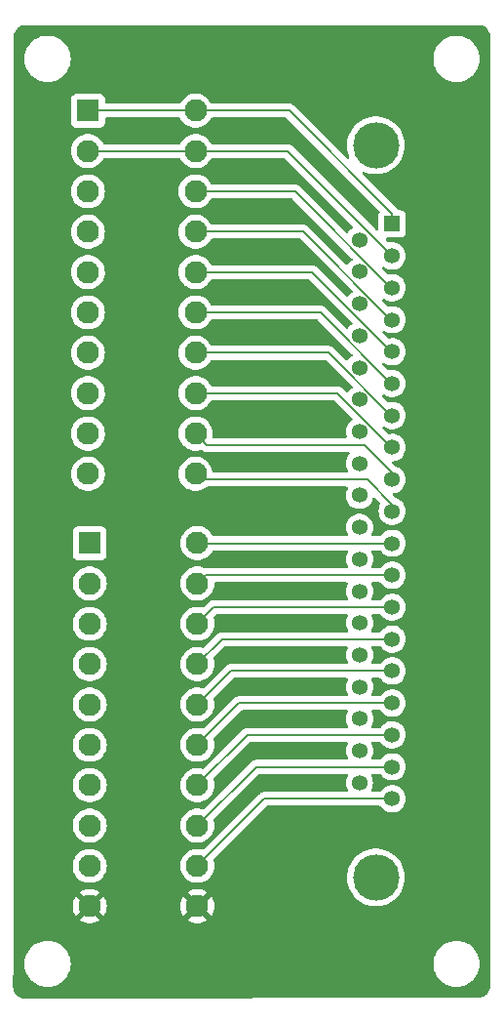
<source format=gtl>
%TF.GenerationSoftware,KiCad,Pcbnew,8.0.8*%
%TF.CreationDate,2025-02-05T11:08:30-07:00*%
%TF.ProjectId,IF Box PCB,49462042-6f78-4205-9043-422e6b696361,2*%
%TF.SameCoordinates,Original*%
%TF.FileFunction,Copper,L1,Top*%
%TF.FilePolarity,Positive*%
%FSLAX46Y46*%
G04 Gerber Fmt 4.6, Leading zero omitted, Abs format (unit mm)*
G04 Created by KiCad (PCBNEW 8.0.8) date 2025-02-05 11:08:30*
%MOMM*%
%LPD*%
G01*
G04 APERTURE LIST*
%TA.AperFunction,ComponentPad*%
%ADD10R,1.358000X1.358000*%
%TD*%
%TA.AperFunction,ComponentPad*%
%ADD11C,1.358000*%
%TD*%
%TA.AperFunction,ComponentPad*%
%ADD12C,4.016000*%
%TD*%
%TA.AperFunction,ComponentPad*%
%ADD13R,1.950000X1.950000*%
%TD*%
%TA.AperFunction,ComponentPad*%
%ADD14C,1.950000*%
%TD*%
%TA.AperFunction,Conductor*%
%ADD15C,0.200000*%
%TD*%
G04 APERTURE END LIST*
D10*
%TO.P,J3,1,Pin_1*%
%TO.N,Net-(J1-Pin_1)*%
X145420000Y-85320000D03*
D11*
%TO.P,J3,2,Pin_2*%
%TO.N,Net-(J1-Pin_3)*%
X145420000Y-88090000D03*
%TO.P,J3,3,Pin_3*%
%TO.N,Net-(J1-Pin_6)*%
X145420000Y-90860000D03*
%TO.P,J3,4,Pin_4*%
%TO.N,Net-(J1-Pin_8)*%
X145420000Y-93630000D03*
%TO.P,J3,5,Pin_5*%
%TO.N,Net-(J1-Pin_10)*%
X145420000Y-96400000D03*
%TO.P,J3,6,Pin_6*%
%TO.N,Net-(J1-Pin_12)*%
X145420000Y-99170000D03*
%TO.P,J3,7,Pin_7*%
%TO.N,Net-(J1-Pin_14)*%
X145420000Y-101940000D03*
%TO.P,J3,8,Pin_8*%
%TO.N,Net-(J1-Pin_16)*%
X145420000Y-104710000D03*
%TO.P,J3,9,Pin_9*%
%TO.N,Net-(J1-Pin_18)*%
X145420000Y-107480000D03*
%TO.P,J3,10,Pin_10*%
%TO.N,Net-(J1-Pin_20)*%
X145420000Y-110250000D03*
%TO.P,J3,11,Pin_11*%
%TO.N,Net-(J2-Pin_2)*%
X145420000Y-113020000D03*
%TO.P,J3,12,Pin_12*%
%TO.N,Net-(J2-Pin_4)*%
X145420000Y-115790000D03*
%TO.P,J3,13,Pin_13*%
%TO.N,Net-(J2-Pin_6)*%
X145420000Y-118560000D03*
%TO.P,J3,14,Pin_14*%
%TO.N,Net-(J2-Pin_8)*%
X145420000Y-121330000D03*
%TO.P,J3,15,Pin_15*%
%TO.N,Net-(J2-Pin_10)*%
X145420000Y-124100000D03*
%TO.P,J3,16,Pin_16*%
%TO.N,Net-(J2-Pin_12)*%
X145420000Y-126870000D03*
%TO.P,J3,17,Pin_17*%
%TO.N,Net-(J2-Pin_14)*%
X145420000Y-129640000D03*
%TO.P,J3,18,Pin_18*%
%TO.N,Net-(J2-Pin_16)*%
X145420000Y-132410000D03*
%TO.P,J3,19,Pin_19*%
%TO.N,Net-(J2-Pin_18)*%
X145420000Y-135180000D03*
%TO.P,J3,20,Pin_20*%
%TO.N,Net-(J1-Pin_5)*%
X142580000Y-86705000D03*
%TO.P,J3,21,Pin_21*%
%TO.N,Net-(J1-Pin_7)*%
X142580000Y-89475000D03*
%TO.P,J3,22,Pin_22*%
%TO.N,Net-(J1-Pin_9)*%
X142580000Y-92245000D03*
%TO.P,J3,23,Pin_23*%
%TO.N,Net-(J1-Pin_11)*%
X142580000Y-95015000D03*
%TO.P,J3,24,Pin_24*%
%TO.N,Net-(J1-Pin_13)*%
X142580000Y-97785000D03*
%TO.P,J3,25,Pin_25*%
%TO.N,Net-(J1-Pin_15)*%
X142580000Y-100555000D03*
%TO.P,J3,26,Pin_26*%
%TO.N,Net-(J1-Pin_17)*%
X142580000Y-103325000D03*
%TO.P,J3,27,Pin_27*%
%TO.N,Net-(J1-Pin_19)*%
X142580000Y-106095000D03*
%TO.P,J3,28,Pin_28*%
%TO.N,Net-(J2-Pin_1)*%
X142580000Y-108865000D03*
%TO.P,J3,29,Pin_29*%
%TO.N,Net-(J2-Pin_3)*%
X142580000Y-111635000D03*
%TO.P,J3,30,Pin_30*%
%TO.N,Net-(J2-Pin_5)*%
X142580000Y-114405000D03*
%TO.P,J3,31,Pin_31*%
%TO.N,Net-(J2-Pin_7)*%
X142580000Y-117175000D03*
%TO.P,J3,32,Pin_32*%
%TO.N,Net-(J2-Pin_9)*%
X142580000Y-119945000D03*
%TO.P,J3,33,Pin_33*%
%TO.N,Net-(J2-Pin_11)*%
X142580000Y-122715000D03*
%TO.P,J3,34,Pin_34*%
%TO.N,Net-(J2-Pin_13)*%
X142580000Y-125485000D03*
%TO.P,J3,35,Pin_35*%
%TO.N,Net-(J2-Pin_15)*%
X142580000Y-128255000D03*
%TO.P,J3,36,Pin_36*%
%TO.N,Net-(J2-Pin_17)*%
X142580000Y-131025000D03*
%TO.P,J3,37,Pin_37*%
%TO.N,Net-(J2-Pin_19)*%
X142580000Y-133795000D03*
D12*
%TO.P,J3,S1*%
%TO.N,N/C*%
X144000000Y-78500000D03*
%TO.P,J3,S2*%
X144000000Y-142000000D03*
%TD*%
D13*
%TO.P,J2,1,Pin_1*%
%TO.N,Net-(J2-Pin_1)*%
X119150000Y-113000000D03*
D14*
%TO.P,J2,2,Pin_2*%
%TO.N,Net-(J2-Pin_2)*%
X128500000Y-113000000D03*
%TO.P,J2,3,Pin_3*%
%TO.N,Net-(J2-Pin_3)*%
X119150000Y-116500000D03*
%TO.P,J2,4,Pin_4*%
%TO.N,Net-(J2-Pin_4)*%
X128500000Y-116500000D03*
%TO.P,J2,5,Pin_5*%
%TO.N,Net-(J2-Pin_5)*%
X119150000Y-120000000D03*
%TO.P,J2,6,Pin_6*%
%TO.N,Net-(J2-Pin_6)*%
X128500000Y-120000000D03*
%TO.P,J2,7,Pin_7*%
%TO.N,Net-(J2-Pin_7)*%
X119150000Y-123500000D03*
%TO.P,J2,8,Pin_8*%
%TO.N,Net-(J2-Pin_8)*%
X128500000Y-123500000D03*
%TO.P,J2,9,Pin_9*%
%TO.N,Net-(J2-Pin_9)*%
X119150000Y-127000000D03*
%TO.P,J2,10,Pin_10*%
%TO.N,Net-(J2-Pin_10)*%
X128500000Y-127000000D03*
%TO.P,J2,11,Pin_11*%
%TO.N,Net-(J2-Pin_11)*%
X119150000Y-130500000D03*
%TO.P,J2,12,Pin_12*%
%TO.N,Net-(J2-Pin_12)*%
X128500000Y-130500000D03*
%TO.P,J2,13,Pin_13*%
%TO.N,Net-(J2-Pin_13)*%
X119150000Y-134000000D03*
%TO.P,J2,14,Pin_14*%
%TO.N,Net-(J2-Pin_14)*%
X128500000Y-134000000D03*
%TO.P,J2,15,Pin_15*%
%TO.N,Net-(J2-Pin_15)*%
X119150000Y-137500000D03*
%TO.P,J2,16,Pin_16*%
%TO.N,Net-(J2-Pin_16)*%
X128500000Y-137500000D03*
%TO.P,J2,17,Pin_17*%
%TO.N,Net-(J2-Pin_17)*%
X119150000Y-141000000D03*
%TO.P,J2,18,Pin_18*%
%TO.N,Net-(J2-Pin_18)*%
X128500000Y-141000000D03*
%TO.P,J2,19,Pin_19*%
%TO.N,Net-(J2-Pin_19)*%
X119150000Y-144500000D03*
%TO.P,J2,20,Pin_20*%
X128500000Y-144500000D03*
%TD*%
D13*
%TO.P,J1,1,Pin_1*%
%TO.N,Net-(J1-Pin_1)*%
X119000000Y-75500000D03*
D14*
%TO.P,J1,2,Pin_2*%
X128350000Y-75500000D03*
%TO.P,J1,3,Pin_3*%
%TO.N,Net-(J1-Pin_3)*%
X119000000Y-79000000D03*
%TO.P,J1,4,Pin_4*%
X128350000Y-79000000D03*
%TO.P,J1,5,Pin_5*%
%TO.N,Net-(J1-Pin_5)*%
X119000000Y-82500000D03*
%TO.P,J1,6,Pin_6*%
%TO.N,Net-(J1-Pin_6)*%
X128350000Y-82500000D03*
%TO.P,J1,7,Pin_7*%
%TO.N,Net-(J1-Pin_7)*%
X119000000Y-86000000D03*
%TO.P,J1,8,Pin_8*%
%TO.N,Net-(J1-Pin_8)*%
X128350000Y-86000000D03*
%TO.P,J1,9,Pin_9*%
%TO.N,Net-(J1-Pin_9)*%
X119000000Y-89500000D03*
%TO.P,J1,10,Pin_10*%
%TO.N,Net-(J1-Pin_10)*%
X128350000Y-89500000D03*
%TO.P,J1,11,Pin_11*%
%TO.N,Net-(J1-Pin_11)*%
X119000000Y-93000000D03*
%TO.P,J1,12,Pin_12*%
%TO.N,Net-(J1-Pin_12)*%
X128350000Y-93000000D03*
%TO.P,J1,13,Pin_13*%
%TO.N,Net-(J1-Pin_13)*%
X119000000Y-96500000D03*
%TO.P,J1,14,Pin_14*%
%TO.N,Net-(J1-Pin_14)*%
X128350000Y-96500000D03*
%TO.P,J1,15,Pin_15*%
%TO.N,Net-(J1-Pin_15)*%
X119000000Y-100000000D03*
%TO.P,J1,16,Pin_16*%
%TO.N,Net-(J1-Pin_16)*%
X128350000Y-100000000D03*
%TO.P,J1,17,Pin_17*%
%TO.N,Net-(J1-Pin_17)*%
X119000000Y-103500000D03*
%TO.P,J1,18,Pin_18*%
%TO.N,Net-(J1-Pin_18)*%
X128350000Y-103500000D03*
%TO.P,J1,19,Pin_19*%
%TO.N,Net-(J1-Pin_19)*%
X119000000Y-107000000D03*
%TO.P,J1,20,Pin_20*%
%TO.N,Net-(J1-Pin_20)*%
X128350000Y-107000000D03*
%TD*%
D15*
%TO.N,Net-(J1-Pin_12)*%
X145350484Y-99170000D02*
X139180484Y-93000000D01*
X139180484Y-93000000D02*
X128350000Y-93000000D01*
X145420000Y-99170000D02*
X145350484Y-99170000D01*
%TO.N,Net-(J1-Pin_14)*%
X145420000Y-101940000D02*
X145350484Y-101940000D01*
X145350484Y-101940000D02*
X139910484Y-96500000D01*
X139910484Y-96500000D02*
X128350000Y-96500000D01*
%TO.N,Net-(J1-Pin_16)*%
X145420000Y-104710000D02*
X145350484Y-104710000D01*
X145350484Y-104710000D02*
X140640484Y-100000000D01*
X140640484Y-100000000D02*
X128350000Y-100000000D01*
%TO.N,Net-(J1-Pin_1)*%
X145420000Y-85320000D02*
X145420000Y-84420000D01*
X136500000Y-75500000D02*
X128350000Y-75500000D01*
X128350000Y-75500000D02*
X119000000Y-75500000D01*
X145420000Y-84420000D02*
X136500000Y-75500000D01*
%TO.N,Net-(J1-Pin_7)*%
X119802000Y-86500000D02*
X119000000Y-86500000D01*
%TO.N,Net-(J1-Pin_8)*%
X137720484Y-86000000D02*
X128350000Y-86000000D01*
X145420000Y-93630000D02*
X145350484Y-93630000D01*
X145350484Y-93630000D02*
X137720484Y-86000000D01*
%TO.N,Net-(J1-Pin_20)*%
X145420000Y-110250000D02*
X145420000Y-109670000D01*
X145420000Y-109670000D02*
X143250000Y-107500000D01*
X128850000Y-107500000D02*
X128350000Y-107000000D01*
X143250000Y-107500000D02*
X128850000Y-107500000D01*
%TO.N,Net-(J1-Pin_6)*%
X145420000Y-90860000D02*
X145350484Y-90860000D01*
X136990484Y-82500000D02*
X128350000Y-82500000D01*
X145350484Y-90860000D02*
X136990484Y-82500000D01*
%TO.N,Net-(J1-Pin_9)*%
X119601000Y-89601000D02*
X119500000Y-89500000D01*
%TO.N,Net-(J1-Pin_10)*%
X138450484Y-89500000D02*
X128350000Y-89500000D01*
X145350484Y-96400000D02*
X138450484Y-89500000D01*
X145420000Y-96400000D02*
X145350484Y-96400000D01*
%TO.N,Net-(J1-Pin_18)*%
X143000000Y-104500000D02*
X129350000Y-104500000D01*
X145420000Y-106920000D02*
X143000000Y-104500000D01*
X145420000Y-107480000D02*
X145420000Y-106920000D01*
X129350000Y-104500000D02*
X128350000Y-103500000D01*
%TO.N,Net-(J2-Pin_14)*%
X145420000Y-129640000D02*
X132860000Y-129640000D01*
X132860000Y-129640000D02*
X128500000Y-134000000D01*
%TO.N,Net-(J2-Pin_2)*%
X128520000Y-113020000D02*
X128500000Y-113000000D01*
X145420000Y-113020000D02*
X128520000Y-113020000D01*
%TO.N,Net-(J2-Pin_8)*%
X145420000Y-121330000D02*
X130670000Y-121330000D01*
X130670000Y-121330000D02*
X128500000Y-123500000D01*
%TO.N,Net-(J2-Pin_16)*%
X145420000Y-132410000D02*
X133590000Y-132410000D01*
X133590000Y-132410000D02*
X128500000Y-137500000D01*
%TO.N,Net-(J2-Pin_10)*%
X145420000Y-124100000D02*
X131400000Y-124100000D01*
X131400000Y-124100000D02*
X128500000Y-127000000D01*
%TO.N,Net-(J2-Pin_6)*%
X129940000Y-118560000D02*
X128500000Y-120000000D01*
X145420000Y-118560000D02*
X129940000Y-118560000D01*
%TO.N,Net-(J2-Pin_12)*%
X145420000Y-126870000D02*
X132130000Y-126870000D01*
X132130000Y-126870000D02*
X128500000Y-130500000D01*
%TO.N,Net-(J2-Pin_4)*%
X129210000Y-115790000D02*
X128500000Y-116500000D01*
X145420000Y-115790000D02*
X129210000Y-115790000D01*
%TO.N,Net-(J2-Pin_18)*%
X134320000Y-135180000D02*
X128500000Y-141000000D01*
X145420000Y-135180000D02*
X134320000Y-135180000D01*
%TO.N,Net-(J1-Pin_3)*%
X136330000Y-79000000D02*
X128350000Y-79000000D01*
X128350000Y-79000000D02*
X119000000Y-79000000D01*
X145420000Y-88090000D02*
X136330000Y-79000000D01*
%TD*%
%TA.AperFunction,Conductor*%
%TO.N,Net-(J2-Pin_19)*%
G36*
X152944720Y-68061632D02*
G01*
X153102086Y-68075403D01*
X153123365Y-68079156D01*
X153270696Y-68118636D01*
X153291004Y-68126028D01*
X153429246Y-68190492D01*
X153447961Y-68201297D01*
X153572910Y-68288789D01*
X153589466Y-68302682D01*
X153697317Y-68410533D01*
X153711210Y-68427089D01*
X153798699Y-68552033D01*
X153809507Y-68570753D01*
X153873971Y-68708995D01*
X153881363Y-68729304D01*
X153920842Y-68876630D01*
X153924596Y-68897915D01*
X153938368Y-69055278D01*
X153938840Y-69066089D01*
X153938840Y-151433910D01*
X153938368Y-151444721D01*
X153924596Y-151602084D01*
X153920842Y-151623369D01*
X153881363Y-151770695D01*
X153873971Y-151791004D01*
X153809507Y-151929246D01*
X153798699Y-151947966D01*
X153711210Y-152072910D01*
X153697317Y-152089466D01*
X153589466Y-152197317D01*
X153572910Y-152211210D01*
X153447966Y-152298699D01*
X153429246Y-152309507D01*
X153291004Y-152373971D01*
X153270695Y-152381363D01*
X153123369Y-152420842D01*
X153102084Y-152424596D01*
X152944717Y-152438368D01*
X152933910Y-152438840D01*
X152866346Y-152438841D01*
X152864655Y-152438953D01*
X113505500Y-152499490D01*
X113494502Y-152499018D01*
X113337247Y-152485260D01*
X113315961Y-152481507D01*
X113168630Y-152442030D01*
X113148318Y-152434637D01*
X113010084Y-152370177D01*
X112991366Y-152359370D01*
X112866417Y-152271880D01*
X112849859Y-152257986D01*
X112742013Y-152150140D01*
X112728119Y-152133582D01*
X112640629Y-152008633D01*
X112629822Y-151989915D01*
X112565362Y-151851681D01*
X112557969Y-151831369D01*
X112518492Y-151684038D01*
X112514739Y-151662753D01*
X112500974Y-151505421D01*
X112500503Y-151494555D01*
X112501971Y-149499998D01*
X113494390Y-149499998D01*
X113494390Y-149500001D01*
X113514804Y-149785433D01*
X113575628Y-150065037D01*
X113675635Y-150333166D01*
X113812770Y-150584309D01*
X113812775Y-150584317D01*
X113984254Y-150813387D01*
X113984270Y-150813405D01*
X114186594Y-151015729D01*
X114186612Y-151015745D01*
X114415682Y-151187224D01*
X114415690Y-151187229D01*
X114666833Y-151324364D01*
X114666832Y-151324364D01*
X114666836Y-151324365D01*
X114666839Y-151324367D01*
X114934954Y-151424369D01*
X114934960Y-151424370D01*
X114934962Y-151424371D01*
X115214566Y-151485195D01*
X115214568Y-151485195D01*
X115214572Y-151485196D01*
X115468220Y-151503337D01*
X115499999Y-151505610D01*
X115500000Y-151505610D01*
X115500001Y-151505610D01*
X115528595Y-151503564D01*
X115785428Y-151485196D01*
X116020277Y-151434108D01*
X116065037Y-151424371D01*
X116065037Y-151424370D01*
X116065046Y-151424369D01*
X116333161Y-151324367D01*
X116584315Y-151187226D01*
X116813395Y-151015739D01*
X117015739Y-150813395D01*
X117187226Y-150584315D01*
X117324367Y-150333161D01*
X117424369Y-150065046D01*
X117485196Y-149785428D01*
X117505610Y-149500000D01*
X117505610Y-149499998D01*
X148994390Y-149499998D01*
X148994390Y-149500001D01*
X149014804Y-149785433D01*
X149075628Y-150065037D01*
X149175635Y-150333166D01*
X149312770Y-150584309D01*
X149312775Y-150584317D01*
X149484254Y-150813387D01*
X149484270Y-150813405D01*
X149686594Y-151015729D01*
X149686612Y-151015745D01*
X149915682Y-151187224D01*
X149915690Y-151187229D01*
X150166833Y-151324364D01*
X150166832Y-151324364D01*
X150166836Y-151324365D01*
X150166839Y-151324367D01*
X150434954Y-151424369D01*
X150434960Y-151424370D01*
X150434962Y-151424371D01*
X150714566Y-151485195D01*
X150714568Y-151485195D01*
X150714572Y-151485196D01*
X150968220Y-151503337D01*
X150999999Y-151505610D01*
X151000000Y-151505610D01*
X151000001Y-151505610D01*
X151028595Y-151503564D01*
X151285428Y-151485196D01*
X151520277Y-151434108D01*
X151565037Y-151424371D01*
X151565037Y-151424370D01*
X151565046Y-151424369D01*
X151833161Y-151324367D01*
X152084315Y-151187226D01*
X152313395Y-151015739D01*
X152515739Y-150813395D01*
X152687226Y-150584315D01*
X152824367Y-150333161D01*
X152924369Y-150065046D01*
X152985196Y-149785428D01*
X153005610Y-149500000D01*
X152985196Y-149214572D01*
X152924369Y-148934954D01*
X152824367Y-148666839D01*
X152744025Y-148519705D01*
X152687229Y-148415690D01*
X152687224Y-148415682D01*
X152515745Y-148186612D01*
X152515729Y-148186594D01*
X152313405Y-147984270D01*
X152313387Y-147984254D01*
X152084317Y-147812775D01*
X152084309Y-147812770D01*
X151833166Y-147675635D01*
X151833167Y-147675635D01*
X151725915Y-147635632D01*
X151565046Y-147575631D01*
X151565043Y-147575630D01*
X151565037Y-147575628D01*
X151285433Y-147514804D01*
X151000001Y-147494390D01*
X150999999Y-147494390D01*
X150714566Y-147514804D01*
X150434962Y-147575628D01*
X150166833Y-147675635D01*
X149915690Y-147812770D01*
X149915682Y-147812775D01*
X149686612Y-147984254D01*
X149686594Y-147984270D01*
X149484270Y-148186594D01*
X149484254Y-148186612D01*
X149312775Y-148415682D01*
X149312770Y-148415690D01*
X149175635Y-148666833D01*
X149075628Y-148934962D01*
X149014804Y-149214566D01*
X148994390Y-149499998D01*
X117505610Y-149499998D01*
X117485196Y-149214572D01*
X117424369Y-148934954D01*
X117324367Y-148666839D01*
X117244025Y-148519705D01*
X117187229Y-148415690D01*
X117187224Y-148415682D01*
X117015745Y-148186612D01*
X117015729Y-148186594D01*
X116813405Y-147984270D01*
X116813387Y-147984254D01*
X116584317Y-147812775D01*
X116584309Y-147812770D01*
X116333166Y-147675635D01*
X116333167Y-147675635D01*
X116225915Y-147635632D01*
X116065046Y-147575631D01*
X116065043Y-147575630D01*
X116065037Y-147575628D01*
X115785433Y-147514804D01*
X115500001Y-147494390D01*
X115499999Y-147494390D01*
X115214566Y-147514804D01*
X114934962Y-147575628D01*
X114666833Y-147675635D01*
X114415690Y-147812770D01*
X114415682Y-147812775D01*
X114186612Y-147984254D01*
X114186594Y-147984270D01*
X113984270Y-148186594D01*
X113984254Y-148186612D01*
X113812775Y-148415682D01*
X113812770Y-148415690D01*
X113675635Y-148666833D01*
X113575628Y-148934962D01*
X113514804Y-149214566D01*
X113494390Y-149499998D01*
X112501971Y-149499998D01*
X112505650Y-144499994D01*
X117669945Y-144499994D01*
X117669945Y-144500005D01*
X117690130Y-144743605D01*
X117750138Y-144980573D01*
X117848330Y-145204429D01*
X117944626Y-145351819D01*
X118548958Y-144747487D01*
X118573978Y-144807890D01*
X118645112Y-144914351D01*
X118735649Y-145004888D01*
X118842110Y-145076022D01*
X118902511Y-145101041D01*
X118297758Y-145705794D01*
X118297758Y-145705796D01*
X118340478Y-145739046D01*
X118340484Y-145739050D01*
X118555468Y-145855394D01*
X118555476Y-145855397D01*
X118786664Y-145934765D01*
X119027779Y-145975000D01*
X119272221Y-145975000D01*
X119513335Y-145934765D01*
X119744523Y-145855397D01*
X119744531Y-145855394D01*
X119959514Y-145739051D01*
X119959514Y-145739050D01*
X120002240Y-145705795D01*
X120002240Y-145705794D01*
X119397488Y-145101041D01*
X119457890Y-145076022D01*
X119564351Y-145004888D01*
X119654888Y-144914351D01*
X119726022Y-144807890D01*
X119751041Y-144747488D01*
X120355372Y-145351819D01*
X120451667Y-145204431D01*
X120451672Y-145204423D01*
X120549861Y-144980573D01*
X120609869Y-144743605D01*
X120630055Y-144500005D01*
X120630055Y-144499994D01*
X127019945Y-144499994D01*
X127019945Y-144500005D01*
X127040130Y-144743605D01*
X127100138Y-144980573D01*
X127198330Y-145204429D01*
X127294626Y-145351819D01*
X127898958Y-144747487D01*
X127923978Y-144807890D01*
X127995112Y-144914351D01*
X128085649Y-145004888D01*
X128192110Y-145076022D01*
X128252511Y-145101041D01*
X127647758Y-145705794D01*
X127647758Y-145705796D01*
X127690478Y-145739046D01*
X127690484Y-145739050D01*
X127905468Y-145855394D01*
X127905476Y-145855397D01*
X128136664Y-145934765D01*
X128377779Y-145975000D01*
X128622221Y-145975000D01*
X128863335Y-145934765D01*
X129094523Y-145855397D01*
X129094531Y-145855394D01*
X129309514Y-145739051D01*
X129309514Y-145739050D01*
X129352240Y-145705795D01*
X129352240Y-145705794D01*
X128747488Y-145101041D01*
X128807890Y-145076022D01*
X128914351Y-145004888D01*
X129004888Y-144914351D01*
X129076022Y-144807890D01*
X129101041Y-144747488D01*
X129705372Y-145351819D01*
X129801667Y-145204431D01*
X129801672Y-145204423D01*
X129899861Y-144980573D01*
X129959869Y-144743605D01*
X129980055Y-144500005D01*
X129980055Y-144499994D01*
X129959869Y-144256394D01*
X129899861Y-144019426D01*
X129801669Y-143795570D01*
X129705372Y-143648179D01*
X129101041Y-144252510D01*
X129076022Y-144192110D01*
X129004888Y-144085649D01*
X128914351Y-143995112D01*
X128807890Y-143923978D01*
X128747487Y-143898958D01*
X129352240Y-143294204D01*
X129352240Y-143294203D01*
X129309514Y-143260949D01*
X129094531Y-143144605D01*
X129094523Y-143144602D01*
X128863335Y-143065234D01*
X128622221Y-143025000D01*
X128377779Y-143025000D01*
X128136664Y-143065234D01*
X127905476Y-143144602D01*
X127905468Y-143144605D01*
X127690481Y-143260951D01*
X127647758Y-143294202D01*
X127647757Y-143294204D01*
X128252511Y-143898958D01*
X128192110Y-143923978D01*
X128085649Y-143995112D01*
X127995112Y-144085649D01*
X127923978Y-144192110D01*
X127898958Y-144252511D01*
X127294626Y-143648179D01*
X127198328Y-143795575D01*
X127100138Y-144019426D01*
X127040130Y-144256394D01*
X127019945Y-144499994D01*
X120630055Y-144499994D01*
X120609869Y-144256394D01*
X120549861Y-144019426D01*
X120451669Y-143795570D01*
X120355372Y-143648179D01*
X119751041Y-144252510D01*
X119726022Y-144192110D01*
X119654888Y-144085649D01*
X119564351Y-143995112D01*
X119457890Y-143923978D01*
X119397487Y-143898958D01*
X120002240Y-143294204D01*
X120002240Y-143294203D01*
X119959514Y-143260949D01*
X119744531Y-143144605D01*
X119744523Y-143144602D01*
X119513335Y-143065234D01*
X119272221Y-143025000D01*
X119027779Y-143025000D01*
X118786664Y-143065234D01*
X118555476Y-143144602D01*
X118555468Y-143144605D01*
X118340481Y-143260951D01*
X118297758Y-143294202D01*
X118297757Y-143294204D01*
X118902511Y-143898958D01*
X118842110Y-143923978D01*
X118735649Y-143995112D01*
X118645112Y-144085649D01*
X118573978Y-144192110D01*
X118548958Y-144252511D01*
X117944626Y-143648179D01*
X117848328Y-143795575D01*
X117750138Y-144019426D01*
X117690130Y-144256394D01*
X117669945Y-144499994D01*
X112505650Y-144499994D01*
X112508226Y-140999994D01*
X117669443Y-140999994D01*
X117669443Y-141000005D01*
X117689634Y-141243683D01*
X117689636Y-141243695D01*
X117749663Y-141480734D01*
X117847888Y-141704666D01*
X117981632Y-141909378D01*
X118147242Y-142089277D01*
X118147252Y-142089286D01*
X118340208Y-142239470D01*
X118340212Y-142239473D01*
X118479810Y-142315020D01*
X118555267Y-142355855D01*
X118555270Y-142355856D01*
X118786541Y-142435251D01*
X118786543Y-142435251D01*
X118786545Y-142435252D01*
X119027737Y-142475500D01*
X119027738Y-142475500D01*
X119272262Y-142475500D01*
X119272263Y-142475500D01*
X119513455Y-142435252D01*
X119744733Y-142355855D01*
X119959788Y-142239473D01*
X120152754Y-142089281D01*
X120318368Y-141909377D01*
X120452111Y-141704667D01*
X120550336Y-141480736D01*
X120610364Y-141243692D01*
X120610365Y-141243683D01*
X120630557Y-141000005D01*
X120630557Y-140999994D01*
X120610365Y-140756316D01*
X120610363Y-140756304D01*
X120550336Y-140519265D01*
X120528881Y-140470353D01*
X120452111Y-140295333D01*
X120318368Y-140090623D01*
X120318367Y-140090621D01*
X120152757Y-139910722D01*
X120152747Y-139910713D01*
X119959791Y-139760529D01*
X119959787Y-139760526D01*
X119744734Y-139644145D01*
X119744729Y-139644143D01*
X119513458Y-139564748D01*
X119332561Y-139534562D01*
X119272263Y-139524500D01*
X119027737Y-139524500D01*
X118988437Y-139531058D01*
X118786541Y-139564748D01*
X118555270Y-139644143D01*
X118555265Y-139644145D01*
X118340212Y-139760526D01*
X118340208Y-139760529D01*
X118147252Y-139910713D01*
X118147242Y-139910722D01*
X117981632Y-140090621D01*
X117847888Y-140295333D01*
X117749663Y-140519265D01*
X117689636Y-140756304D01*
X117689634Y-140756316D01*
X117669443Y-140999994D01*
X112508226Y-140999994D01*
X112510801Y-137499994D01*
X117669443Y-137499994D01*
X117669443Y-137500005D01*
X117689634Y-137743683D01*
X117689636Y-137743695D01*
X117749663Y-137980734D01*
X117847888Y-138204666D01*
X117981632Y-138409378D01*
X118147242Y-138589277D01*
X118147246Y-138589281D01*
X118340212Y-138739473D01*
X118555267Y-138855855D01*
X118555270Y-138855856D01*
X118786541Y-138935251D01*
X118786543Y-138935251D01*
X118786545Y-138935252D01*
X119027737Y-138975500D01*
X119027738Y-138975500D01*
X119272262Y-138975500D01*
X119272263Y-138975500D01*
X119513455Y-138935252D01*
X119744733Y-138855855D01*
X119959788Y-138739473D01*
X120152754Y-138589281D01*
X120318368Y-138409377D01*
X120452111Y-138204667D01*
X120550336Y-137980736D01*
X120610364Y-137743692D01*
X120630557Y-137500000D01*
X120610364Y-137256308D01*
X120550336Y-137019264D01*
X120452111Y-136795333D01*
X120318368Y-136590623D01*
X120318367Y-136590621D01*
X120152757Y-136410722D01*
X120152747Y-136410713D01*
X119959791Y-136260529D01*
X119959787Y-136260526D01*
X119744734Y-136144145D01*
X119744729Y-136144143D01*
X119513458Y-136064748D01*
X119332561Y-136034562D01*
X119272263Y-136024500D01*
X119027737Y-136024500D01*
X118979498Y-136032549D01*
X118786541Y-136064748D01*
X118555270Y-136144143D01*
X118555265Y-136144145D01*
X118340212Y-136260526D01*
X118340208Y-136260529D01*
X118147252Y-136410713D01*
X118147242Y-136410722D01*
X117981632Y-136590621D01*
X117847888Y-136795333D01*
X117749663Y-137019265D01*
X117689636Y-137256304D01*
X117689634Y-137256316D01*
X117669443Y-137499994D01*
X112510801Y-137499994D01*
X112513377Y-133999994D01*
X117669443Y-133999994D01*
X117669443Y-134000005D01*
X117689634Y-134243683D01*
X117689636Y-134243695D01*
X117749663Y-134480734D01*
X117847888Y-134704666D01*
X117981632Y-134909378D01*
X118147242Y-135089277D01*
X118147246Y-135089281D01*
X118340212Y-135239473D01*
X118555267Y-135355855D01*
X118555270Y-135355856D01*
X118786541Y-135435251D01*
X118786543Y-135435251D01*
X118786545Y-135435252D01*
X119027737Y-135475500D01*
X119027738Y-135475500D01*
X119272262Y-135475500D01*
X119272263Y-135475500D01*
X119513455Y-135435252D01*
X119744733Y-135355855D01*
X119959788Y-135239473D01*
X120152754Y-135089281D01*
X120318368Y-134909377D01*
X120452111Y-134704667D01*
X120550336Y-134480736D01*
X120610364Y-134243692D01*
X120620644Y-134119630D01*
X120630557Y-134000005D01*
X120630557Y-133999994D01*
X120610365Y-133756316D01*
X120610363Y-133756304D01*
X120565067Y-133577435D01*
X120550336Y-133519264D01*
X120452111Y-133295333D01*
X120395072Y-133208028D01*
X120318367Y-133090621D01*
X120152757Y-132910722D01*
X120152747Y-132910713D01*
X119959791Y-132760529D01*
X119959787Y-132760526D01*
X119744734Y-132644145D01*
X119744729Y-132644143D01*
X119513458Y-132564748D01*
X119332561Y-132534562D01*
X119272263Y-132524500D01*
X119027737Y-132524500D01*
X118979498Y-132532549D01*
X118786541Y-132564748D01*
X118555270Y-132644143D01*
X118555265Y-132644145D01*
X118340212Y-132760526D01*
X118340208Y-132760529D01*
X118147252Y-132910713D01*
X118147242Y-132910722D01*
X117981632Y-133090621D01*
X117847888Y-133295333D01*
X117749663Y-133519265D01*
X117689636Y-133756304D01*
X117689634Y-133756316D01*
X117669443Y-133999994D01*
X112513377Y-133999994D01*
X112515952Y-130499994D01*
X117669443Y-130499994D01*
X117669443Y-130500005D01*
X117689634Y-130743683D01*
X117689636Y-130743695D01*
X117749663Y-130980734D01*
X117847888Y-131204666D01*
X117981632Y-131409378D01*
X118147242Y-131589277D01*
X118147252Y-131589286D01*
X118340208Y-131739470D01*
X118340212Y-131739473D01*
X118545229Y-131850423D01*
X118555267Y-131855855D01*
X118555270Y-131855856D01*
X118786541Y-131935251D01*
X118786543Y-131935251D01*
X118786545Y-131935252D01*
X119027737Y-131975500D01*
X119027738Y-131975500D01*
X119272262Y-131975500D01*
X119272263Y-131975500D01*
X119513455Y-131935252D01*
X119744733Y-131855855D01*
X119959788Y-131739473D01*
X120152754Y-131589281D01*
X120318368Y-131409377D01*
X120452111Y-131204667D01*
X120550336Y-130980736D01*
X120610364Y-130743692D01*
X120623489Y-130585296D01*
X120630557Y-130500005D01*
X120630557Y-130499994D01*
X120610365Y-130256316D01*
X120610363Y-130256304D01*
X120562655Y-130067910D01*
X120550336Y-130019264D01*
X120452111Y-129795333D01*
X120318367Y-129590621D01*
X120152757Y-129410722D01*
X120152747Y-129410713D01*
X119959791Y-129260529D01*
X119959787Y-129260526D01*
X119744734Y-129144145D01*
X119744729Y-129144143D01*
X119513458Y-129064748D01*
X119316387Y-129031863D01*
X119272263Y-129024500D01*
X119027737Y-129024500D01*
X118983613Y-129031863D01*
X118786541Y-129064748D01*
X118555270Y-129144143D01*
X118555265Y-129144145D01*
X118340212Y-129260526D01*
X118340208Y-129260529D01*
X118147252Y-129410713D01*
X118147242Y-129410722D01*
X117981632Y-129590621D01*
X117847888Y-129795333D01*
X117749663Y-130019265D01*
X117689636Y-130256304D01*
X117689634Y-130256316D01*
X117669443Y-130499994D01*
X112515952Y-130499994D01*
X112518528Y-126999994D01*
X117669443Y-126999994D01*
X117669443Y-127000005D01*
X117689634Y-127243683D01*
X117689636Y-127243695D01*
X117749663Y-127480734D01*
X117847888Y-127704666D01*
X117981632Y-127909378D01*
X118147242Y-128089277D01*
X118147246Y-128089281D01*
X118340212Y-128239473D01*
X118555267Y-128355855D01*
X118555270Y-128355856D01*
X118786541Y-128435251D01*
X118786543Y-128435251D01*
X118786545Y-128435252D01*
X119027737Y-128475500D01*
X119027738Y-128475500D01*
X119272262Y-128475500D01*
X119272263Y-128475500D01*
X119513455Y-128435252D01*
X119744733Y-128355855D01*
X119959788Y-128239473D01*
X120152754Y-128089281D01*
X120318368Y-127909377D01*
X120452111Y-127704667D01*
X120550336Y-127480736D01*
X120610364Y-127243692D01*
X120623293Y-127087662D01*
X120630557Y-127000005D01*
X120630557Y-126999994D01*
X120610365Y-126756316D01*
X120610363Y-126756304D01*
X120550336Y-126519265D01*
X120528881Y-126470353D01*
X120452111Y-126295333D01*
X120403042Y-126220227D01*
X120318367Y-126090621D01*
X120152757Y-125910722D01*
X120152747Y-125910713D01*
X119959791Y-125760529D01*
X119959787Y-125760526D01*
X119744734Y-125644145D01*
X119744729Y-125644143D01*
X119513458Y-125564748D01*
X119332561Y-125534562D01*
X119272263Y-125524500D01*
X119027737Y-125524500D01*
X118979498Y-125532549D01*
X118786541Y-125564748D01*
X118555270Y-125644143D01*
X118555265Y-125644145D01*
X118340212Y-125760526D01*
X118340208Y-125760529D01*
X118147252Y-125910713D01*
X118147242Y-125910722D01*
X117981632Y-126090621D01*
X117847888Y-126295333D01*
X117749663Y-126519265D01*
X117689636Y-126756304D01*
X117689634Y-126756316D01*
X117669443Y-126999994D01*
X112518528Y-126999994D01*
X112521103Y-123499994D01*
X117669443Y-123499994D01*
X117669443Y-123500005D01*
X117689634Y-123743683D01*
X117689636Y-123743695D01*
X117749663Y-123980734D01*
X117847888Y-124204666D01*
X117981632Y-124409378D01*
X118147242Y-124589277D01*
X118147252Y-124589286D01*
X118315431Y-124720185D01*
X118340212Y-124739473D01*
X118555267Y-124855855D01*
X118555270Y-124855856D01*
X118786541Y-124935251D01*
X118786543Y-124935251D01*
X118786545Y-124935252D01*
X119027737Y-124975500D01*
X119027738Y-124975500D01*
X119272262Y-124975500D01*
X119272263Y-124975500D01*
X119513455Y-124935252D01*
X119744733Y-124855855D01*
X119959788Y-124739473D01*
X120152754Y-124589281D01*
X120318368Y-124409377D01*
X120452111Y-124204667D01*
X120550336Y-123980736D01*
X120610364Y-123743692D01*
X120616298Y-123672079D01*
X120630557Y-123500005D01*
X120630557Y-123499994D01*
X120610365Y-123256316D01*
X120610363Y-123256304D01*
X120581650Y-123142920D01*
X120550336Y-123019264D01*
X120452111Y-122795333D01*
X120399627Y-122715000D01*
X120318367Y-122590621D01*
X120152757Y-122410722D01*
X120152747Y-122410713D01*
X119959791Y-122260529D01*
X119959787Y-122260526D01*
X119744734Y-122144145D01*
X119744729Y-122144143D01*
X119513458Y-122064748D01*
X119332561Y-122034562D01*
X119272263Y-122024500D01*
X119027737Y-122024500D01*
X118979498Y-122032549D01*
X118786541Y-122064748D01*
X118555270Y-122144143D01*
X118555265Y-122144145D01*
X118340212Y-122260526D01*
X118340208Y-122260529D01*
X118147252Y-122410713D01*
X118147242Y-122410722D01*
X117981632Y-122590621D01*
X117847888Y-122795333D01*
X117749663Y-123019265D01*
X117689636Y-123256304D01*
X117689634Y-123256316D01*
X117669443Y-123499994D01*
X112521103Y-123499994D01*
X112523679Y-119999994D01*
X117669443Y-119999994D01*
X117669443Y-120000005D01*
X117689634Y-120243683D01*
X117689636Y-120243695D01*
X117749663Y-120480734D01*
X117847888Y-120704666D01*
X117981632Y-120909378D01*
X118147242Y-121089277D01*
X118147252Y-121089286D01*
X118340208Y-121239470D01*
X118340212Y-121239473D01*
X118555267Y-121355855D01*
X118555270Y-121355856D01*
X118786541Y-121435251D01*
X118786543Y-121435251D01*
X118786545Y-121435252D01*
X119027737Y-121475500D01*
X119027738Y-121475500D01*
X119272262Y-121475500D01*
X119272263Y-121475500D01*
X119513455Y-121435252D01*
X119744733Y-121355855D01*
X119959788Y-121239473D01*
X120152754Y-121089281D01*
X120318368Y-120909377D01*
X120452111Y-120704667D01*
X120550336Y-120480736D01*
X120610364Y-120243692D01*
X120614758Y-120190667D01*
X120630557Y-120000005D01*
X120630557Y-119999994D01*
X120610365Y-119756316D01*
X120610363Y-119756304D01*
X120603028Y-119727339D01*
X120550336Y-119519264D01*
X120452111Y-119295333D01*
X120387748Y-119196818D01*
X120318367Y-119090621D01*
X120152757Y-118910722D01*
X120152747Y-118910713D01*
X119959791Y-118760529D01*
X119959787Y-118760526D01*
X119744734Y-118644145D01*
X119744729Y-118644143D01*
X119513458Y-118564748D01*
X119332561Y-118534562D01*
X119272263Y-118524500D01*
X119027737Y-118524500D01*
X118979498Y-118532549D01*
X118786541Y-118564748D01*
X118555270Y-118644143D01*
X118555265Y-118644145D01*
X118340212Y-118760526D01*
X118340208Y-118760529D01*
X118147252Y-118910713D01*
X118147242Y-118910722D01*
X117981632Y-119090621D01*
X117847888Y-119295333D01*
X117749663Y-119519265D01*
X117689636Y-119756304D01*
X117689634Y-119756316D01*
X117669443Y-119999994D01*
X112523679Y-119999994D01*
X112526254Y-116499994D01*
X117669443Y-116499994D01*
X117669443Y-116500005D01*
X117689634Y-116743683D01*
X117689636Y-116743695D01*
X117749663Y-116980734D01*
X117847888Y-117204666D01*
X117981632Y-117409378D01*
X118147242Y-117589277D01*
X118147246Y-117589281D01*
X118340212Y-117739473D01*
X118555267Y-117855855D01*
X118555270Y-117855856D01*
X118786541Y-117935251D01*
X118786543Y-117935251D01*
X118786545Y-117935252D01*
X119027737Y-117975500D01*
X119027738Y-117975500D01*
X119272262Y-117975500D01*
X119272263Y-117975500D01*
X119513455Y-117935252D01*
X119744733Y-117855855D01*
X119959788Y-117739473D01*
X120152754Y-117589281D01*
X120318368Y-117409377D01*
X120452111Y-117204667D01*
X120550336Y-116980736D01*
X120610364Y-116743692D01*
X120623263Y-116588027D01*
X120630557Y-116500005D01*
X120630557Y-116499994D01*
X120610365Y-116256316D01*
X120610363Y-116256304D01*
X120550336Y-116019265D01*
X120545246Y-116007662D01*
X120452111Y-115795333D01*
X120318368Y-115590623D01*
X120318367Y-115590621D01*
X120152757Y-115410722D01*
X120152747Y-115410713D01*
X119959791Y-115260529D01*
X119959787Y-115260526D01*
X119744734Y-115144145D01*
X119744729Y-115144143D01*
X119513458Y-115064748D01*
X119332561Y-115034562D01*
X119272263Y-115024500D01*
X119027737Y-115024500D01*
X118979498Y-115032549D01*
X118786541Y-115064748D01*
X118555270Y-115144143D01*
X118555265Y-115144145D01*
X118340212Y-115260526D01*
X118340208Y-115260529D01*
X118147252Y-115410713D01*
X118147242Y-115410722D01*
X117981632Y-115590621D01*
X117847888Y-115795333D01*
X117749663Y-116019265D01*
X117689636Y-116256304D01*
X117689634Y-116256316D01*
X117669443Y-116499994D01*
X112526254Y-116499994D01*
X112529582Y-111977135D01*
X117674500Y-111977135D01*
X117674500Y-114022870D01*
X117674501Y-114022876D01*
X117680908Y-114082483D01*
X117731202Y-114217328D01*
X117731206Y-114217335D01*
X117817452Y-114332544D01*
X117817455Y-114332547D01*
X117932664Y-114418793D01*
X117932671Y-114418797D01*
X118067517Y-114469091D01*
X118067516Y-114469091D01*
X118074444Y-114469835D01*
X118127127Y-114475500D01*
X120172872Y-114475499D01*
X120232483Y-114469091D01*
X120367331Y-114418796D01*
X120482546Y-114332546D01*
X120568796Y-114217331D01*
X120619091Y-114082483D01*
X120625500Y-114022873D01*
X120625499Y-112999994D01*
X127019443Y-112999994D01*
X127019443Y-113000005D01*
X127039634Y-113243683D01*
X127039636Y-113243695D01*
X127099663Y-113480734D01*
X127197888Y-113704666D01*
X127331632Y-113909378D01*
X127497242Y-114089277D01*
X127497252Y-114089286D01*
X127690208Y-114239470D01*
X127690212Y-114239473D01*
X127862197Y-114332547D01*
X127905267Y-114355855D01*
X127905270Y-114355856D01*
X128136541Y-114435251D01*
X128136543Y-114435251D01*
X128136545Y-114435252D01*
X128377737Y-114475500D01*
X128377738Y-114475500D01*
X128622262Y-114475500D01*
X128622263Y-114475500D01*
X128863455Y-114435252D01*
X129094733Y-114355855D01*
X129309788Y-114239473D01*
X129502754Y-114089281D01*
X129668368Y-113909377D01*
X129802111Y-113704667D01*
X129806489Y-113694687D01*
X129851446Y-113641202D01*
X129918183Y-113620514D01*
X129920044Y-113620500D01*
X141452731Y-113620500D01*
X141519770Y-113640185D01*
X141565525Y-113692989D01*
X141575469Y-113762147D01*
X141563731Y-113799772D01*
X141475441Y-113977079D01*
X141475435Y-113977094D01*
X141415616Y-114187337D01*
X141415615Y-114187339D01*
X141395447Y-114404999D01*
X141395447Y-114405000D01*
X141415615Y-114622660D01*
X141415616Y-114622662D01*
X141475435Y-114832905D01*
X141475441Y-114832920D01*
X141563731Y-115010228D01*
X141575992Y-115079013D01*
X141549119Y-115143508D01*
X141491643Y-115183236D01*
X141452731Y-115189500D01*
X129296670Y-115189500D01*
X129296654Y-115189499D01*
X129289058Y-115189499D01*
X129209941Y-115189499D01*
X129150924Y-115174554D01*
X129122690Y-115159274D01*
X129094734Y-115144145D01*
X129094729Y-115144143D01*
X128863458Y-115064748D01*
X128682561Y-115034562D01*
X128622263Y-115024500D01*
X128377737Y-115024500D01*
X128329498Y-115032549D01*
X128136541Y-115064748D01*
X127905270Y-115144143D01*
X127905265Y-115144145D01*
X127690212Y-115260526D01*
X127690208Y-115260529D01*
X127497252Y-115410713D01*
X127497242Y-115410722D01*
X127331632Y-115590621D01*
X127197888Y-115795333D01*
X127099663Y-116019265D01*
X127039636Y-116256304D01*
X127039634Y-116256316D01*
X127019443Y-116499994D01*
X127019443Y-116500005D01*
X127039634Y-116743683D01*
X127039636Y-116743695D01*
X127099663Y-116980734D01*
X127197888Y-117204666D01*
X127331632Y-117409378D01*
X127497242Y-117589277D01*
X127497246Y-117589281D01*
X127690212Y-117739473D01*
X127905267Y-117855855D01*
X127905270Y-117855856D01*
X128136541Y-117935251D01*
X128136543Y-117935251D01*
X128136545Y-117935252D01*
X128377737Y-117975500D01*
X128377738Y-117975500D01*
X128622262Y-117975500D01*
X128622263Y-117975500D01*
X128863455Y-117935252D01*
X129094733Y-117855855D01*
X129309788Y-117739473D01*
X129502754Y-117589281D01*
X129668368Y-117409377D01*
X129802111Y-117204667D01*
X129900336Y-116980736D01*
X129960364Y-116743692D01*
X129974776Y-116569772D01*
X129980204Y-116504260D01*
X130005357Y-116439075D01*
X130061759Y-116397837D01*
X130103780Y-116390500D01*
X141452731Y-116390500D01*
X141519770Y-116410185D01*
X141565525Y-116462989D01*
X141575469Y-116532147D01*
X141563731Y-116569772D01*
X141475441Y-116747079D01*
X141475435Y-116747094D01*
X141415616Y-116957337D01*
X141415615Y-116957339D01*
X141395447Y-117174999D01*
X141395447Y-117175000D01*
X141415615Y-117392660D01*
X141415616Y-117392662D01*
X141475435Y-117602905D01*
X141475441Y-117602920D01*
X141563731Y-117780228D01*
X141575992Y-117849013D01*
X141549119Y-117913508D01*
X141491643Y-117953236D01*
X141452731Y-117959500D01*
X130026670Y-117959500D01*
X130026654Y-117959499D01*
X130019058Y-117959499D01*
X129860943Y-117959499D01*
X129801228Y-117975500D01*
X129708214Y-118000423D01*
X129708209Y-118000426D01*
X129571290Y-118079475D01*
X129571282Y-118079481D01*
X129083870Y-118566892D01*
X129022547Y-118600377D01*
X128955927Y-118596493D01*
X128863454Y-118564747D01*
X128662510Y-118531216D01*
X128622263Y-118524500D01*
X128377737Y-118524500D01*
X128329498Y-118532549D01*
X128136541Y-118564748D01*
X127905270Y-118644143D01*
X127905265Y-118644145D01*
X127690212Y-118760526D01*
X127690208Y-118760529D01*
X127497252Y-118910713D01*
X127497242Y-118910722D01*
X127331632Y-119090621D01*
X127197888Y-119295333D01*
X127099663Y-119519265D01*
X127039636Y-119756304D01*
X127039634Y-119756316D01*
X127019443Y-119999994D01*
X127019443Y-120000005D01*
X127039634Y-120243683D01*
X127039636Y-120243695D01*
X127099663Y-120480734D01*
X127197888Y-120704666D01*
X127331632Y-120909378D01*
X127497242Y-121089277D01*
X127497252Y-121089286D01*
X127690208Y-121239470D01*
X127690212Y-121239473D01*
X127905267Y-121355855D01*
X127905270Y-121355856D01*
X128136541Y-121435251D01*
X128136543Y-121435251D01*
X128136545Y-121435252D01*
X128377737Y-121475500D01*
X128377738Y-121475500D01*
X128622262Y-121475500D01*
X128622263Y-121475500D01*
X128863455Y-121435252D01*
X129094733Y-121355855D01*
X129309788Y-121239473D01*
X129502754Y-121089281D01*
X129668368Y-120909377D01*
X129802111Y-120704667D01*
X129900336Y-120480736D01*
X129960364Y-120243692D01*
X129964758Y-120190667D01*
X129980557Y-120000005D01*
X129980557Y-119999994D01*
X129960365Y-119756316D01*
X129960364Y-119756312D01*
X129960364Y-119756308D01*
X129945935Y-119699331D01*
X129903414Y-119531419D01*
X129906038Y-119461598D01*
X129935938Y-119413296D01*
X130152418Y-119196818D01*
X130213741Y-119163334D01*
X130240099Y-119160500D01*
X141452731Y-119160500D01*
X141519770Y-119180185D01*
X141565525Y-119232989D01*
X141575469Y-119302147D01*
X141563731Y-119339772D01*
X141475441Y-119517079D01*
X141475435Y-119517094D01*
X141415616Y-119727337D01*
X141415615Y-119727339D01*
X141395447Y-119944999D01*
X141395447Y-119945000D01*
X141415615Y-120162660D01*
X141415616Y-120162662D01*
X141475435Y-120372905D01*
X141475441Y-120372920D01*
X141563731Y-120550228D01*
X141575992Y-120619013D01*
X141549119Y-120683508D01*
X141491643Y-120723236D01*
X141452731Y-120729500D01*
X130590941Y-120729500D01*
X130551651Y-120740027D01*
X130551652Y-120740028D01*
X130438214Y-120770423D01*
X130438209Y-120770426D01*
X130301290Y-120849475D01*
X130301282Y-120849481D01*
X130189478Y-120961286D01*
X129083871Y-122066892D01*
X129022548Y-122100377D01*
X128955929Y-122096493D01*
X128863455Y-122064747D01*
X128656754Y-122030255D01*
X128622263Y-122024500D01*
X128377737Y-122024500D01*
X128329498Y-122032549D01*
X128136541Y-122064748D01*
X127905270Y-122144143D01*
X127905265Y-122144145D01*
X127690212Y-122260526D01*
X127690208Y-122260529D01*
X127497252Y-122410713D01*
X127497242Y-122410722D01*
X127331632Y-122590621D01*
X127197888Y-122795333D01*
X127099663Y-123019265D01*
X127039636Y-123256304D01*
X127039634Y-123256316D01*
X127019443Y-123499994D01*
X127019443Y-123500005D01*
X127039634Y-123743683D01*
X127039636Y-123743695D01*
X127099663Y-123980734D01*
X127197888Y-124204666D01*
X127331632Y-124409378D01*
X127497242Y-124589277D01*
X127497252Y-124589286D01*
X127665431Y-124720185D01*
X127690212Y-124739473D01*
X127905267Y-124855855D01*
X127905270Y-124855856D01*
X128136541Y-124935251D01*
X128136543Y-124935251D01*
X128136545Y-124935252D01*
X128377737Y-124975500D01*
X128377738Y-124975500D01*
X128622262Y-124975500D01*
X128622263Y-124975500D01*
X128863455Y-124935252D01*
X129094733Y-124855855D01*
X129309788Y-124739473D01*
X129502754Y-124589281D01*
X129668368Y-124409377D01*
X129802111Y-124204667D01*
X129900336Y-123980736D01*
X129960364Y-123743692D01*
X129966298Y-123672079D01*
X129980557Y-123500005D01*
X129980557Y-123499994D01*
X129960365Y-123256316D01*
X129960364Y-123256312D01*
X129960364Y-123256308D01*
X129903413Y-123031415D01*
X129906037Y-122961598D01*
X129935935Y-122913298D01*
X130882416Y-121966819D01*
X130943739Y-121933334D01*
X130970097Y-121930500D01*
X141452731Y-121930500D01*
X141519770Y-121950185D01*
X141565525Y-122002989D01*
X141575469Y-122072147D01*
X141563731Y-122109772D01*
X141475441Y-122287079D01*
X141475435Y-122287094D01*
X141415616Y-122497337D01*
X141415615Y-122497339D01*
X141395447Y-122714999D01*
X141395447Y-122715000D01*
X141415615Y-122932660D01*
X141415616Y-122932662D01*
X141475435Y-123142905D01*
X141475441Y-123142920D01*
X141563731Y-123320228D01*
X141575992Y-123389013D01*
X141549119Y-123453508D01*
X141491643Y-123493236D01*
X141452731Y-123499500D01*
X131320941Y-123499500D01*
X131281651Y-123510027D01*
X131281652Y-123510028D01*
X131168214Y-123540423D01*
X131168209Y-123540426D01*
X131031290Y-123619475D01*
X131031282Y-123619481D01*
X130919478Y-123731286D01*
X129083871Y-125566892D01*
X129022548Y-125600377D01*
X128955929Y-125596493D01*
X128863455Y-125564747D01*
X128656754Y-125530255D01*
X128622263Y-125524500D01*
X128377737Y-125524500D01*
X128329498Y-125532549D01*
X128136541Y-125564748D01*
X127905270Y-125644143D01*
X127905265Y-125644145D01*
X127690212Y-125760526D01*
X127690208Y-125760529D01*
X127497252Y-125910713D01*
X127497242Y-125910722D01*
X127331632Y-126090621D01*
X127197888Y-126295333D01*
X127099663Y-126519265D01*
X127039636Y-126756304D01*
X127039634Y-126756316D01*
X127019443Y-126999994D01*
X127019443Y-127000005D01*
X127039634Y-127243683D01*
X127039636Y-127243695D01*
X127099663Y-127480734D01*
X127197888Y-127704666D01*
X127331632Y-127909378D01*
X127497242Y-128089277D01*
X127497246Y-128089281D01*
X127690212Y-128239473D01*
X127905267Y-128355855D01*
X127905270Y-128355856D01*
X128136541Y-128435251D01*
X128136543Y-128435251D01*
X128136545Y-128435252D01*
X128377737Y-128475500D01*
X128377738Y-128475500D01*
X128622262Y-128475500D01*
X128622263Y-128475500D01*
X128863455Y-128435252D01*
X129094733Y-128355855D01*
X129309788Y-128239473D01*
X129502754Y-128089281D01*
X129668368Y-127909377D01*
X129802111Y-127704667D01*
X129900336Y-127480736D01*
X129960364Y-127243692D01*
X129973293Y-127087662D01*
X129980557Y-127000005D01*
X129980557Y-126999994D01*
X129960365Y-126756316D01*
X129960364Y-126756312D01*
X129960364Y-126756308D01*
X129903413Y-126531415D01*
X129906037Y-126461598D01*
X129935935Y-126413298D01*
X131612416Y-124736819D01*
X131673739Y-124703334D01*
X131700097Y-124700500D01*
X141452731Y-124700500D01*
X141519770Y-124720185D01*
X141565525Y-124772989D01*
X141575469Y-124842147D01*
X141563731Y-124879772D01*
X141475441Y-125057079D01*
X141475435Y-125057094D01*
X141415616Y-125267337D01*
X141415615Y-125267339D01*
X141395447Y-125484999D01*
X141395447Y-125485000D01*
X141415615Y-125702660D01*
X141415616Y-125702662D01*
X141475435Y-125912905D01*
X141475441Y-125912920D01*
X141563731Y-126090228D01*
X141575992Y-126159013D01*
X141549119Y-126223508D01*
X141491643Y-126263236D01*
X141452731Y-126269500D01*
X132209057Y-126269500D01*
X132050942Y-126269500D01*
X131898215Y-126310423D01*
X131898214Y-126310423D01*
X131898212Y-126310424D01*
X131898209Y-126310425D01*
X131848096Y-126339359D01*
X131848095Y-126339360D01*
X131804689Y-126364420D01*
X131761285Y-126389479D01*
X131761282Y-126389481D01*
X131649478Y-126501286D01*
X129083871Y-129066892D01*
X129022548Y-129100377D01*
X128955929Y-129096493D01*
X128863455Y-129064747D01*
X128656754Y-129030255D01*
X128622263Y-129024500D01*
X128377737Y-129024500D01*
X128333613Y-129031863D01*
X128136541Y-129064748D01*
X127905270Y-129144143D01*
X127905265Y-129144145D01*
X127690212Y-129260526D01*
X127690208Y-129260529D01*
X127497252Y-129410713D01*
X127497242Y-129410722D01*
X127331632Y-129590621D01*
X127197888Y-129795333D01*
X127099663Y-130019265D01*
X127039636Y-130256304D01*
X127039634Y-130256316D01*
X127019443Y-130499994D01*
X127019443Y-130500005D01*
X127039634Y-130743683D01*
X127039636Y-130743695D01*
X127099663Y-130980734D01*
X127197888Y-131204666D01*
X127331632Y-131409378D01*
X127497242Y-131589277D01*
X127497252Y-131589286D01*
X127690208Y-131739470D01*
X127690212Y-131739473D01*
X127895229Y-131850423D01*
X127905267Y-131855855D01*
X127905270Y-131855856D01*
X128136541Y-131935251D01*
X128136543Y-131935251D01*
X128136545Y-131935252D01*
X128377737Y-131975500D01*
X128377738Y-131975500D01*
X128622262Y-131975500D01*
X128622263Y-131975500D01*
X128863455Y-131935252D01*
X129094733Y-131855855D01*
X129309788Y-131739473D01*
X129502754Y-131589281D01*
X129668368Y-131409377D01*
X129802111Y-131204667D01*
X129900336Y-130980736D01*
X129960364Y-130743692D01*
X129973489Y-130585296D01*
X129980557Y-130500005D01*
X129980557Y-130499994D01*
X129960365Y-130256316D01*
X129960364Y-130256312D01*
X129960364Y-130256308D01*
X129903413Y-130031415D01*
X129906037Y-129961598D01*
X129935935Y-129913298D01*
X132342416Y-127506819D01*
X132403739Y-127473334D01*
X132430097Y-127470500D01*
X141452731Y-127470500D01*
X141519770Y-127490185D01*
X141565525Y-127542989D01*
X141575469Y-127612147D01*
X141563731Y-127649772D01*
X141475441Y-127827079D01*
X141475435Y-127827094D01*
X141415616Y-128037337D01*
X141415615Y-128037339D01*
X141395447Y-128254999D01*
X141395447Y-128255000D01*
X141415615Y-128472660D01*
X141415616Y-128472662D01*
X141475435Y-128682905D01*
X141475441Y-128682920D01*
X141563731Y-128860228D01*
X141575992Y-128929013D01*
X141549119Y-128993508D01*
X141491643Y-129033236D01*
X141452731Y-129039500D01*
X132939057Y-129039500D01*
X132780943Y-129039500D01*
X132628215Y-129080423D01*
X132628214Y-129080423D01*
X132628212Y-129080424D01*
X132628209Y-129080425D01*
X132578096Y-129109359D01*
X132578095Y-129109360D01*
X132556850Y-129121626D01*
X132491285Y-129159479D01*
X132491282Y-129159481D01*
X132379478Y-129271286D01*
X129083871Y-132566892D01*
X129022548Y-132600377D01*
X128955929Y-132596493D01*
X128863455Y-132564747D01*
X128656754Y-132530255D01*
X128622263Y-132524500D01*
X128377737Y-132524500D01*
X128329498Y-132532549D01*
X128136541Y-132564748D01*
X127905270Y-132644143D01*
X127905265Y-132644145D01*
X127690212Y-132760526D01*
X127690208Y-132760529D01*
X127497252Y-132910713D01*
X127497242Y-132910722D01*
X127331632Y-133090621D01*
X127197888Y-133295333D01*
X127099663Y-133519265D01*
X127039636Y-133756304D01*
X127039634Y-133756316D01*
X127019443Y-133999994D01*
X127019443Y-134000005D01*
X127039634Y-134243683D01*
X127039636Y-134243695D01*
X127099663Y-134480734D01*
X127197888Y-134704666D01*
X127331632Y-134909378D01*
X127497242Y-135089277D01*
X127497246Y-135089281D01*
X127690212Y-135239473D01*
X127905267Y-135355855D01*
X127905270Y-135355856D01*
X128136541Y-135435251D01*
X128136543Y-135435251D01*
X128136545Y-135435252D01*
X128377737Y-135475500D01*
X128377738Y-135475500D01*
X128622262Y-135475500D01*
X128622263Y-135475500D01*
X128863455Y-135435252D01*
X129094733Y-135355855D01*
X129309788Y-135239473D01*
X129502754Y-135089281D01*
X129668368Y-134909377D01*
X129802111Y-134704667D01*
X129900336Y-134480736D01*
X129960364Y-134243692D01*
X129970644Y-134119630D01*
X129980557Y-134000005D01*
X129980557Y-133999994D01*
X129960365Y-133756316D01*
X129960364Y-133756312D01*
X129960364Y-133756308D01*
X129903413Y-133531415D01*
X129906037Y-133461598D01*
X129935935Y-133413298D01*
X133072416Y-130276819D01*
X133133739Y-130243334D01*
X133160097Y-130240500D01*
X141452731Y-130240500D01*
X141519770Y-130260185D01*
X141565525Y-130312989D01*
X141575469Y-130382147D01*
X141563731Y-130419772D01*
X141475441Y-130597079D01*
X141475435Y-130597094D01*
X141415616Y-130807337D01*
X141415615Y-130807339D01*
X141395447Y-131024999D01*
X141395447Y-131025000D01*
X141415615Y-131242660D01*
X141415616Y-131242662D01*
X141475435Y-131452905D01*
X141475441Y-131452920D01*
X141563731Y-131630228D01*
X141575992Y-131699013D01*
X141549119Y-131763508D01*
X141491643Y-131803236D01*
X141452731Y-131809500D01*
X133676669Y-131809500D01*
X133676653Y-131809499D01*
X133669057Y-131809499D01*
X133510943Y-131809499D01*
X133434579Y-131829961D01*
X133358212Y-131850423D01*
X133348812Y-131855852D01*
X133348807Y-131855855D01*
X133221287Y-131929477D01*
X133221282Y-131929481D01*
X133109478Y-132041286D01*
X129083871Y-136066892D01*
X129022548Y-136100377D01*
X128955929Y-136096493D01*
X128863455Y-136064747D01*
X128656754Y-136030255D01*
X128622263Y-136024500D01*
X128377737Y-136024500D01*
X128329498Y-136032549D01*
X128136541Y-136064748D01*
X127905270Y-136144143D01*
X127905265Y-136144145D01*
X127690212Y-136260526D01*
X127690208Y-136260529D01*
X127497252Y-136410713D01*
X127497242Y-136410722D01*
X127331632Y-136590621D01*
X127197888Y-136795333D01*
X127099663Y-137019265D01*
X127039636Y-137256304D01*
X127039634Y-137256316D01*
X127019443Y-137499994D01*
X127019443Y-137500005D01*
X127039634Y-137743683D01*
X127039636Y-137743695D01*
X127099663Y-137980734D01*
X127197888Y-138204666D01*
X127331632Y-138409378D01*
X127497242Y-138589277D01*
X127497246Y-138589281D01*
X127690212Y-138739473D01*
X127905267Y-138855855D01*
X127905270Y-138855856D01*
X128136541Y-138935251D01*
X128136543Y-138935251D01*
X128136545Y-138935252D01*
X128377737Y-138975500D01*
X128377738Y-138975500D01*
X128622262Y-138975500D01*
X128622263Y-138975500D01*
X128863455Y-138935252D01*
X129094733Y-138855855D01*
X129309788Y-138739473D01*
X129502754Y-138589281D01*
X129668368Y-138409377D01*
X129802111Y-138204667D01*
X129900336Y-137980736D01*
X129960364Y-137743692D01*
X129980557Y-137500000D01*
X129960364Y-137256308D01*
X129903413Y-137031415D01*
X129906037Y-136961598D01*
X129935935Y-136913298D01*
X133802416Y-133046819D01*
X133863739Y-133013334D01*
X133890097Y-133010500D01*
X141453289Y-133010500D01*
X141520328Y-133030185D01*
X141566083Y-133082989D01*
X141576027Y-133152147D01*
X141564289Y-133189772D01*
X141475906Y-133367267D01*
X141416109Y-133577435D01*
X141395949Y-133794999D01*
X141395949Y-133795000D01*
X141416109Y-134012564D01*
X141475906Y-134222732D01*
X141564289Y-134400228D01*
X141576550Y-134469014D01*
X141549677Y-134533509D01*
X141492201Y-134573236D01*
X141453289Y-134579500D01*
X134406669Y-134579500D01*
X134406653Y-134579499D01*
X134399057Y-134579499D01*
X134240943Y-134579499D01*
X134133587Y-134608265D01*
X134088210Y-134620424D01*
X134088209Y-134620425D01*
X134038096Y-134649359D01*
X134038095Y-134649360D01*
X133994689Y-134674420D01*
X133951285Y-134699479D01*
X133951282Y-134699481D01*
X133839478Y-134811286D01*
X129083871Y-139566892D01*
X129022548Y-139600377D01*
X128955929Y-139596493D01*
X128863455Y-139564747D01*
X128656754Y-139530255D01*
X128622263Y-139524500D01*
X128377737Y-139524500D01*
X128338437Y-139531058D01*
X128136541Y-139564748D01*
X127905270Y-139644143D01*
X127905265Y-139644145D01*
X127690212Y-139760526D01*
X127690208Y-139760529D01*
X127497252Y-139910713D01*
X127497242Y-139910722D01*
X127331632Y-140090621D01*
X127197888Y-140295333D01*
X127099663Y-140519265D01*
X127039636Y-140756304D01*
X127039634Y-140756316D01*
X127019443Y-140999994D01*
X127019443Y-141000005D01*
X127039634Y-141243683D01*
X127039636Y-141243695D01*
X127099663Y-141480734D01*
X127197888Y-141704666D01*
X127331632Y-141909378D01*
X127497242Y-142089277D01*
X127497252Y-142089286D01*
X127690208Y-142239470D01*
X127690212Y-142239473D01*
X127829810Y-142315020D01*
X127905267Y-142355855D01*
X127905270Y-142355856D01*
X128136541Y-142435251D01*
X128136543Y-142435251D01*
X128136545Y-142435252D01*
X128377737Y-142475500D01*
X128377738Y-142475500D01*
X128622262Y-142475500D01*
X128622263Y-142475500D01*
X128863455Y-142435252D01*
X129094733Y-142355855D01*
X129309788Y-142239473D01*
X129502754Y-142089281D01*
X129584949Y-141999994D01*
X141486540Y-141999994D01*
X141486540Y-142000005D01*
X141506357Y-142315012D01*
X141514149Y-142355856D01*
X141565505Y-142625072D01*
X141565507Y-142625077D01*
X141663044Y-142925267D01*
X141663046Y-142925272D01*
X141797436Y-143210865D01*
X141797442Y-143210876D01*
X141966561Y-143477365D01*
X141966563Y-143477368D01*
X141966568Y-143477375D01*
X142107870Y-143648179D01*
X142167772Y-143720588D01*
X142397858Y-143936652D01*
X142397868Y-143936660D01*
X142653209Y-144122176D01*
X142653214Y-144122178D01*
X142653221Y-144122184D01*
X142929821Y-144274247D01*
X142929826Y-144274249D01*
X142929828Y-144274250D01*
X142929829Y-144274251D01*
X143223294Y-144390442D01*
X143223297Y-144390443D01*
X143529021Y-144468939D01*
X143529025Y-144468940D01*
X143594717Y-144477238D01*
X143842167Y-144508499D01*
X143842176Y-144508499D01*
X143842179Y-144508500D01*
X143842181Y-144508500D01*
X144157819Y-144508500D01*
X144157821Y-144508500D01*
X144157824Y-144508499D01*
X144157832Y-144508499D01*
X144344692Y-144484892D01*
X144470975Y-144468940D01*
X144776702Y-144390443D01*
X144776705Y-144390442D01*
X145070170Y-144274251D01*
X145070171Y-144274250D01*
X145070169Y-144274250D01*
X145070179Y-144274247D01*
X145346779Y-144122184D01*
X145602140Y-143936654D01*
X145832233Y-143720582D01*
X146033432Y-143477375D01*
X146202562Y-143210869D01*
X146336956Y-142925266D01*
X146434495Y-142625072D01*
X146493641Y-142315020D01*
X146498395Y-142239470D01*
X146513460Y-142000005D01*
X146513460Y-141999994D01*
X146493642Y-141684987D01*
X146493641Y-141684980D01*
X146434495Y-141374928D01*
X146336956Y-141074734D01*
X146202562Y-140789131D01*
X146033432Y-140522625D01*
X145832233Y-140279418D01*
X145832232Y-140279417D01*
X145832227Y-140279411D01*
X145602141Y-140063347D01*
X145602131Y-140063339D01*
X145346790Y-139877823D01*
X145346783Y-139877818D01*
X145346779Y-139877816D01*
X145070179Y-139725753D01*
X145070176Y-139725751D01*
X145070171Y-139725749D01*
X145070170Y-139725748D01*
X144776705Y-139609557D01*
X144776702Y-139609556D01*
X144470978Y-139531060D01*
X144470965Y-139531058D01*
X144157832Y-139491500D01*
X144157821Y-139491500D01*
X143842179Y-139491500D01*
X143842167Y-139491500D01*
X143529034Y-139531058D01*
X143529021Y-139531060D01*
X143223297Y-139609556D01*
X143223294Y-139609557D01*
X142929829Y-139725748D01*
X142929828Y-139725749D01*
X142653221Y-139877816D01*
X142653209Y-139877823D01*
X142397868Y-140063339D01*
X142397858Y-140063347D01*
X142167772Y-140279411D01*
X142057013Y-140413296D01*
X141969349Y-140519264D01*
X141966561Y-140522634D01*
X141797442Y-140789123D01*
X141797436Y-140789134D01*
X141663046Y-141074727D01*
X141663044Y-141074732D01*
X141608149Y-141243683D01*
X141565505Y-141374928D01*
X141545321Y-141480736D01*
X141506357Y-141684987D01*
X141486540Y-141999994D01*
X129584949Y-141999994D01*
X129668368Y-141909377D01*
X129802111Y-141704667D01*
X129900336Y-141480736D01*
X129960364Y-141243692D01*
X129960365Y-141243683D01*
X129980557Y-141000005D01*
X129980557Y-140999994D01*
X129960365Y-140756316D01*
X129960364Y-140756312D01*
X129960364Y-140756308D01*
X129903413Y-140531415D01*
X129906037Y-140461598D01*
X129935935Y-140413298D01*
X134532416Y-135816819D01*
X134593739Y-135783334D01*
X134620097Y-135780500D01*
X144333694Y-135780500D01*
X144400733Y-135800185D01*
X144432647Y-135829772D01*
X144544605Y-135978028D01*
X144706147Y-136125294D01*
X144706149Y-136125295D01*
X144706150Y-136125296D01*
X144891995Y-136240366D01*
X144892001Y-136240369D01*
X144935182Y-136257097D01*
X145095832Y-136319333D01*
X145310703Y-136359500D01*
X145310705Y-136359500D01*
X145529295Y-136359500D01*
X145529297Y-136359500D01*
X145744168Y-136319333D01*
X145948001Y-136240368D01*
X146133853Y-136125294D01*
X146295395Y-135978028D01*
X146427127Y-135803587D01*
X146524563Y-135607910D01*
X146584384Y-135397661D01*
X146604553Y-135180000D01*
X146584384Y-134962339D01*
X146524563Y-134752090D01*
X146524558Y-134752079D01*
X146427130Y-134556418D01*
X146427125Y-134556410D01*
X146295395Y-134381972D01*
X146143713Y-134243695D01*
X146133853Y-134234706D01*
X146133850Y-134234704D01*
X146133849Y-134234703D01*
X145948004Y-134119633D01*
X145947998Y-134119630D01*
X145783634Y-134055956D01*
X145744168Y-134040667D01*
X145529297Y-134000500D01*
X145310703Y-134000500D01*
X145095832Y-134040667D01*
X145095829Y-134040667D01*
X145095829Y-134040668D01*
X144892001Y-134119630D01*
X144891995Y-134119633D01*
X144706150Y-134234703D01*
X144544604Y-134381972D01*
X144432648Y-134530227D01*
X144376539Y-134571863D01*
X144333694Y-134579500D01*
X143706711Y-134579500D01*
X143639672Y-134559815D01*
X143593917Y-134507011D01*
X143583973Y-134437853D01*
X143595711Y-134400228D01*
X143684093Y-134222732D01*
X143743890Y-134012564D01*
X143764051Y-133795000D01*
X143764051Y-133794999D01*
X143743890Y-133577435D01*
X143684093Y-133367267D01*
X143595711Y-133189772D01*
X143583450Y-133120986D01*
X143610323Y-133056491D01*
X143667799Y-133016764D01*
X143706711Y-133010500D01*
X144333694Y-133010500D01*
X144400733Y-133030185D01*
X144432648Y-133059773D01*
X144530818Y-133189772D01*
X144544605Y-133208028D01*
X144706147Y-133355294D01*
X144706149Y-133355295D01*
X144706150Y-133355296D01*
X144891995Y-133470366D01*
X144892001Y-133470369D01*
X144935182Y-133487097D01*
X145095832Y-133549333D01*
X145310703Y-133589500D01*
X145310705Y-133589500D01*
X145529295Y-133589500D01*
X145529297Y-133589500D01*
X145744168Y-133549333D01*
X145948001Y-133470368D01*
X146133853Y-133355294D01*
X146295395Y-133208028D01*
X146427127Y-133033587D01*
X146524563Y-132837910D01*
X146584384Y-132627661D01*
X146604553Y-132410000D01*
X146584384Y-132192339D01*
X146524563Y-131982090D01*
X146521282Y-131975500D01*
X146427130Y-131786418D01*
X146427125Y-131786410D01*
X146295395Y-131611972D01*
X146270500Y-131589277D01*
X146133853Y-131464706D01*
X146133850Y-131464704D01*
X146133849Y-131464703D01*
X145948004Y-131349633D01*
X145947998Y-131349630D01*
X145787351Y-131287396D01*
X145744168Y-131270667D01*
X145529297Y-131230500D01*
X145310703Y-131230500D01*
X145095832Y-131270667D01*
X145095829Y-131270667D01*
X145095829Y-131270668D01*
X144892001Y-131349630D01*
X144891995Y-131349633D01*
X144706150Y-131464703D01*
X144544604Y-131611972D01*
X144432648Y-131760227D01*
X144376539Y-131801863D01*
X144333694Y-131809500D01*
X143707269Y-131809500D01*
X143640230Y-131789815D01*
X143594475Y-131737011D01*
X143584531Y-131667853D01*
X143596269Y-131630228D01*
X143684558Y-131452920D01*
X143684557Y-131452920D01*
X143684563Y-131452910D01*
X143744384Y-131242661D01*
X143764553Y-131025000D01*
X143744384Y-130807339D01*
X143684563Y-130597090D01*
X143678690Y-130585296D01*
X143596269Y-130419772D01*
X143584008Y-130350987D01*
X143610881Y-130286492D01*
X143668357Y-130246764D01*
X143707269Y-130240500D01*
X144333694Y-130240500D01*
X144400733Y-130260185D01*
X144432648Y-130289773D01*
X144530818Y-130419772D01*
X144544605Y-130438028D01*
X144706147Y-130585294D01*
X144706149Y-130585295D01*
X144706150Y-130585296D01*
X144891995Y-130700366D01*
X144892001Y-130700369D01*
X144935182Y-130717097D01*
X145095832Y-130779333D01*
X145310703Y-130819500D01*
X145310705Y-130819500D01*
X145529295Y-130819500D01*
X145529297Y-130819500D01*
X145744168Y-130779333D01*
X145948001Y-130700368D01*
X146133853Y-130585294D01*
X146295395Y-130438028D01*
X146427127Y-130263587D01*
X146524563Y-130067910D01*
X146584384Y-129857661D01*
X146604553Y-129640000D01*
X146584384Y-129422339D01*
X146524563Y-129212090D01*
X146498367Y-129159481D01*
X146427130Y-129016418D01*
X146427125Y-129016410D01*
X146295395Y-128841972D01*
X146133853Y-128694706D01*
X146133850Y-128694704D01*
X146133849Y-128694703D01*
X145948004Y-128579633D01*
X145947998Y-128579630D01*
X145787351Y-128517396D01*
X145744168Y-128500667D01*
X145529297Y-128460500D01*
X145310703Y-128460500D01*
X145095832Y-128500667D01*
X145095829Y-128500667D01*
X145095829Y-128500668D01*
X144892001Y-128579630D01*
X144891995Y-128579633D01*
X144706150Y-128694703D01*
X144544604Y-128841972D01*
X144432648Y-128990227D01*
X144376539Y-129031863D01*
X144333694Y-129039500D01*
X143707269Y-129039500D01*
X143640230Y-129019815D01*
X143594475Y-128967011D01*
X143584531Y-128897853D01*
X143596269Y-128860228D01*
X143684558Y-128682920D01*
X143684557Y-128682920D01*
X143684563Y-128682910D01*
X143744384Y-128472661D01*
X143764553Y-128255000D01*
X143744384Y-128037339D01*
X143684563Y-127827090D01*
X143678690Y-127815296D01*
X143596269Y-127649772D01*
X143584008Y-127580987D01*
X143610881Y-127516492D01*
X143668357Y-127476764D01*
X143707269Y-127470500D01*
X144333694Y-127470500D01*
X144400733Y-127490185D01*
X144432648Y-127519773D01*
X144530818Y-127649772D01*
X144544605Y-127668028D01*
X144706147Y-127815294D01*
X144706149Y-127815295D01*
X144706150Y-127815296D01*
X144891995Y-127930366D01*
X144892001Y-127930369D01*
X144935182Y-127947097D01*
X145095832Y-128009333D01*
X145310703Y-128049500D01*
X145310705Y-128049500D01*
X145529295Y-128049500D01*
X145529297Y-128049500D01*
X145744168Y-128009333D01*
X145948001Y-127930368D01*
X146133853Y-127815294D01*
X146295395Y-127668028D01*
X146427127Y-127493587D01*
X146524563Y-127297910D01*
X146584384Y-127087661D01*
X146604553Y-126870000D01*
X146584384Y-126652339D01*
X146524563Y-126442090D01*
X146524558Y-126442079D01*
X146427130Y-126246418D01*
X146427125Y-126246410D01*
X146295395Y-126071972D01*
X146133853Y-125924706D01*
X146133850Y-125924704D01*
X146133849Y-125924703D01*
X145948004Y-125809633D01*
X145947998Y-125809630D01*
X145787351Y-125747396D01*
X145744168Y-125730667D01*
X145529297Y-125690500D01*
X145310703Y-125690500D01*
X145095832Y-125730667D01*
X145095829Y-125730667D01*
X145095829Y-125730668D01*
X144892001Y-125809630D01*
X144891995Y-125809633D01*
X144706150Y-125924703D01*
X144544604Y-126071972D01*
X144432648Y-126220227D01*
X144376539Y-126261863D01*
X144333694Y-126269500D01*
X143707269Y-126269500D01*
X143640230Y-126249815D01*
X143594475Y-126197011D01*
X143584531Y-126127853D01*
X143596269Y-126090228D01*
X143684558Y-125912920D01*
X143684557Y-125912920D01*
X143684563Y-125912910D01*
X143744384Y-125702661D01*
X143764553Y-125485000D01*
X143744384Y-125267339D01*
X143684563Y-125057090D01*
X143678690Y-125045296D01*
X143596269Y-124879772D01*
X143584008Y-124810987D01*
X143610881Y-124746492D01*
X143668357Y-124706764D01*
X143707269Y-124700500D01*
X144333694Y-124700500D01*
X144400733Y-124720185D01*
X144432648Y-124749773D01*
X144530818Y-124879772D01*
X144544605Y-124898028D01*
X144706147Y-125045294D01*
X144706149Y-125045295D01*
X144706150Y-125045296D01*
X144891995Y-125160366D01*
X144892001Y-125160369D01*
X144935182Y-125177097D01*
X145095832Y-125239333D01*
X145310703Y-125279500D01*
X145310705Y-125279500D01*
X145529295Y-125279500D01*
X145529297Y-125279500D01*
X145744168Y-125239333D01*
X145948001Y-125160368D01*
X146133853Y-125045294D01*
X146295395Y-124898028D01*
X146427127Y-124723587D01*
X146524563Y-124527910D01*
X146584384Y-124317661D01*
X146604553Y-124100000D01*
X146584384Y-123882339D01*
X146524563Y-123672090D01*
X146498367Y-123619481D01*
X146427130Y-123476418D01*
X146427125Y-123476410D01*
X146295395Y-123301972D01*
X146245290Y-123256295D01*
X146133853Y-123154706D01*
X146133850Y-123154704D01*
X146133849Y-123154703D01*
X145948004Y-123039633D01*
X145947998Y-123039630D01*
X145787351Y-122977396D01*
X145744168Y-122960667D01*
X145529297Y-122920500D01*
X145310703Y-122920500D01*
X145095832Y-122960667D01*
X145095829Y-122960667D01*
X145095829Y-122960668D01*
X144892001Y-123039630D01*
X144891995Y-123039633D01*
X144706150Y-123154703D01*
X144544604Y-123301972D01*
X144432648Y-123450227D01*
X144376539Y-123491863D01*
X144333694Y-123499500D01*
X143707269Y-123499500D01*
X143640230Y-123479815D01*
X143594475Y-123427011D01*
X143584531Y-123357853D01*
X143596269Y-123320228D01*
X143684558Y-123142920D01*
X143684557Y-123142920D01*
X143684563Y-123142910D01*
X143744384Y-122932661D01*
X143764553Y-122715000D01*
X143744384Y-122497339D01*
X143684563Y-122287090D01*
X143678690Y-122275296D01*
X143596269Y-122109772D01*
X143584008Y-122040987D01*
X143610881Y-121976492D01*
X143668357Y-121936764D01*
X143707269Y-121930500D01*
X144333694Y-121930500D01*
X144400733Y-121950185D01*
X144432648Y-121979773D01*
X144530818Y-122109772D01*
X144544605Y-122128028D01*
X144706147Y-122275294D01*
X144706149Y-122275295D01*
X144706150Y-122275296D01*
X144891995Y-122390366D01*
X144892001Y-122390369D01*
X144935182Y-122407097D01*
X145095832Y-122469333D01*
X145310703Y-122509500D01*
X145310705Y-122509500D01*
X145529295Y-122509500D01*
X145529297Y-122509500D01*
X145744168Y-122469333D01*
X145948001Y-122390368D01*
X146133853Y-122275294D01*
X146295395Y-122128028D01*
X146427127Y-121953587D01*
X146524563Y-121757910D01*
X146584384Y-121547661D01*
X146604553Y-121330000D01*
X146584384Y-121112339D01*
X146524563Y-120902090D01*
X146498367Y-120849481D01*
X146427130Y-120706418D01*
X146427125Y-120706410D01*
X146295395Y-120531972D01*
X146239190Y-120480734D01*
X146133853Y-120384706D01*
X146133850Y-120384704D01*
X146133849Y-120384703D01*
X145948004Y-120269633D01*
X145947998Y-120269630D01*
X145787351Y-120207396D01*
X145744168Y-120190667D01*
X145529297Y-120150500D01*
X145310703Y-120150500D01*
X145095832Y-120190667D01*
X145095829Y-120190667D01*
X145095829Y-120190668D01*
X144892001Y-120269630D01*
X144891995Y-120269633D01*
X144706150Y-120384703D01*
X144544604Y-120531972D01*
X144432648Y-120680227D01*
X144376539Y-120721863D01*
X144333694Y-120729500D01*
X143707269Y-120729500D01*
X143640230Y-120709815D01*
X143594475Y-120657011D01*
X143584531Y-120587853D01*
X143596269Y-120550228D01*
X143684558Y-120372920D01*
X143684557Y-120372920D01*
X143684563Y-120372910D01*
X143744384Y-120162661D01*
X143764553Y-119945000D01*
X143744384Y-119727339D01*
X143684563Y-119517090D01*
X143678690Y-119505296D01*
X143596269Y-119339772D01*
X143584008Y-119270987D01*
X143610881Y-119206492D01*
X143668357Y-119166764D01*
X143707269Y-119160500D01*
X144333694Y-119160500D01*
X144400733Y-119180185D01*
X144432648Y-119209773D01*
X144530818Y-119339772D01*
X144544605Y-119358028D01*
X144706147Y-119505294D01*
X144706149Y-119505295D01*
X144706150Y-119505296D01*
X144891995Y-119620366D01*
X144892001Y-119620369D01*
X144935182Y-119637097D01*
X145095832Y-119699333D01*
X145310703Y-119739500D01*
X145310705Y-119739500D01*
X145529295Y-119739500D01*
X145529297Y-119739500D01*
X145744168Y-119699333D01*
X145948001Y-119620368D01*
X146133853Y-119505294D01*
X146295395Y-119358028D01*
X146427127Y-119183587D01*
X146524563Y-118987910D01*
X146584384Y-118777661D01*
X146604553Y-118560000D01*
X146601263Y-118524500D01*
X146584384Y-118342339D01*
X146584383Y-118342337D01*
X146524564Y-118132094D01*
X146524563Y-118132090D01*
X146498367Y-118079481D01*
X146427130Y-117936418D01*
X146427125Y-117936410D01*
X146295395Y-117761972D01*
X146270712Y-117739470D01*
X146133853Y-117614706D01*
X146133850Y-117614704D01*
X146133849Y-117614703D01*
X145948004Y-117499633D01*
X145947998Y-117499630D01*
X145787351Y-117437396D01*
X145744168Y-117420667D01*
X145529297Y-117380500D01*
X145310703Y-117380500D01*
X145095832Y-117420667D01*
X145095829Y-117420667D01*
X145095829Y-117420668D01*
X144892001Y-117499630D01*
X144891995Y-117499633D01*
X144706150Y-117614703D01*
X144544604Y-117761972D01*
X144432648Y-117910227D01*
X144376539Y-117951863D01*
X144333694Y-117959500D01*
X143707269Y-117959500D01*
X143640230Y-117939815D01*
X143594475Y-117887011D01*
X143584531Y-117817853D01*
X143596269Y-117780228D01*
X143684558Y-117602920D01*
X143684557Y-117602920D01*
X143684563Y-117602910D01*
X143744384Y-117392661D01*
X143764553Y-117175000D01*
X143744384Y-116957339D01*
X143684563Y-116747090D01*
X143682872Y-116743695D01*
X143596269Y-116569772D01*
X143584008Y-116500987D01*
X143610881Y-116436492D01*
X143668357Y-116396764D01*
X143707269Y-116390500D01*
X144333694Y-116390500D01*
X144400733Y-116410185D01*
X144432648Y-116439773D01*
X144530818Y-116569772D01*
X144544605Y-116588028D01*
X144706147Y-116735294D01*
X144706149Y-116735295D01*
X144706150Y-116735296D01*
X144891995Y-116850366D01*
X144892001Y-116850369D01*
X144935182Y-116867097D01*
X145095832Y-116929333D01*
X145310703Y-116969500D01*
X145310705Y-116969500D01*
X145529295Y-116969500D01*
X145529297Y-116969500D01*
X145744168Y-116929333D01*
X145948001Y-116850368D01*
X146133853Y-116735294D01*
X146295395Y-116588028D01*
X146427127Y-116413587D01*
X146524563Y-116217910D01*
X146584384Y-116007661D01*
X146604553Y-115790000D01*
X146584384Y-115572339D01*
X146524563Y-115362090D01*
X146524558Y-115362079D01*
X146427130Y-115166418D01*
X146427125Y-115166410D01*
X146295395Y-114991972D01*
X146133853Y-114844706D01*
X146133850Y-114844704D01*
X146133849Y-114844703D01*
X145948004Y-114729633D01*
X145947998Y-114729630D01*
X145787351Y-114667396D01*
X145744168Y-114650667D01*
X145529297Y-114610500D01*
X145310703Y-114610500D01*
X145095832Y-114650667D01*
X145095829Y-114650667D01*
X145095829Y-114650668D01*
X144892001Y-114729630D01*
X144891995Y-114729633D01*
X144706150Y-114844703D01*
X144544604Y-114991972D01*
X144432648Y-115140227D01*
X144376539Y-115181863D01*
X144333694Y-115189500D01*
X143707269Y-115189500D01*
X143640230Y-115169815D01*
X143594475Y-115117011D01*
X143584531Y-115047853D01*
X143596269Y-115010228D01*
X143684558Y-114832920D01*
X143684557Y-114832920D01*
X143684563Y-114832910D01*
X143744384Y-114622661D01*
X143764553Y-114405000D01*
X143744384Y-114187339D01*
X143684563Y-113977090D01*
X143678690Y-113965296D01*
X143596269Y-113799772D01*
X143584008Y-113730987D01*
X143610881Y-113666492D01*
X143668357Y-113626764D01*
X143707269Y-113620500D01*
X144333694Y-113620500D01*
X144400733Y-113640185D01*
X144432648Y-113669773D01*
X144530818Y-113799772D01*
X144544605Y-113818028D01*
X144706147Y-113965294D01*
X144706149Y-113965295D01*
X144706150Y-113965296D01*
X144891995Y-114080366D01*
X144892001Y-114080369D01*
X144897458Y-114082483D01*
X145095832Y-114159333D01*
X145310703Y-114199500D01*
X145310705Y-114199500D01*
X145529295Y-114199500D01*
X145529297Y-114199500D01*
X145744168Y-114159333D01*
X145948001Y-114080368D01*
X146133853Y-113965294D01*
X146295395Y-113818028D01*
X146427127Y-113643587D01*
X146524563Y-113447910D01*
X146584384Y-113237661D01*
X146604553Y-113020000D01*
X146584384Y-112802339D01*
X146524563Y-112592090D01*
X146524558Y-112592079D01*
X146427130Y-112396418D01*
X146427125Y-112396410D01*
X146295395Y-112221972D01*
X146133853Y-112074706D01*
X146133850Y-112074704D01*
X146133849Y-112074703D01*
X145948004Y-111959633D01*
X145947998Y-111959630D01*
X145787351Y-111897396D01*
X145744168Y-111880667D01*
X145529297Y-111840500D01*
X145310703Y-111840500D01*
X145095832Y-111880667D01*
X145095829Y-111880667D01*
X145095829Y-111880668D01*
X144892001Y-111959630D01*
X144891995Y-111959633D01*
X144706150Y-112074703D01*
X144544604Y-112221972D01*
X144432648Y-112370227D01*
X144376539Y-112411863D01*
X144333694Y-112419500D01*
X143707269Y-112419500D01*
X143640230Y-112399815D01*
X143594475Y-112347011D01*
X143584531Y-112277853D01*
X143596269Y-112240228D01*
X143684558Y-112062920D01*
X143684557Y-112062920D01*
X143684563Y-112062910D01*
X143744384Y-111852661D01*
X143764553Y-111635000D01*
X143744384Y-111417339D01*
X143684563Y-111207090D01*
X143684558Y-111207079D01*
X143587130Y-111011418D01*
X143587125Y-111011410D01*
X143455395Y-110836972D01*
X143293853Y-110689706D01*
X143293850Y-110689704D01*
X143293849Y-110689703D01*
X143108004Y-110574633D01*
X143107998Y-110574630D01*
X142947351Y-110512396D01*
X142904168Y-110495667D01*
X142689297Y-110455500D01*
X142470703Y-110455500D01*
X142255832Y-110495667D01*
X142255829Y-110495667D01*
X142255829Y-110495668D01*
X142052001Y-110574630D01*
X142051995Y-110574633D01*
X141866150Y-110689703D01*
X141704604Y-110836972D01*
X141572874Y-111011410D01*
X141572869Y-111011418D01*
X141475441Y-111207079D01*
X141475435Y-111207094D01*
X141415616Y-111417337D01*
X141415615Y-111417339D01*
X141395447Y-111634999D01*
X141395447Y-111635000D01*
X141415615Y-111852660D01*
X141415616Y-111852662D01*
X141475435Y-112062905D01*
X141475441Y-112062920D01*
X141563731Y-112240228D01*
X141575992Y-112309013D01*
X141549119Y-112373508D01*
X141491643Y-112413236D01*
X141452731Y-112419500D01*
X129937589Y-112419500D01*
X129870550Y-112399815D01*
X129824795Y-112347011D01*
X129824033Y-112345310D01*
X129802111Y-112295333D01*
X129668367Y-112090621D01*
X129502757Y-111910722D01*
X129502747Y-111910713D01*
X129309791Y-111760529D01*
X129309787Y-111760526D01*
X129094734Y-111644145D01*
X129094729Y-111644143D01*
X128863458Y-111564748D01*
X128660664Y-111530908D01*
X128622263Y-111524500D01*
X128377737Y-111524500D01*
X128339336Y-111530908D01*
X128136541Y-111564748D01*
X127905270Y-111644143D01*
X127905265Y-111644145D01*
X127690212Y-111760526D01*
X127690208Y-111760529D01*
X127497252Y-111910713D01*
X127497242Y-111910722D01*
X127331632Y-112090621D01*
X127197888Y-112295333D01*
X127099663Y-112519265D01*
X127039636Y-112756304D01*
X127039634Y-112756316D01*
X127019443Y-112999994D01*
X120625499Y-112999994D01*
X120625499Y-111977128D01*
X120619091Y-111917517D01*
X120616553Y-111910713D01*
X120568797Y-111782671D01*
X120568793Y-111782664D01*
X120482547Y-111667455D01*
X120482544Y-111667452D01*
X120367335Y-111581206D01*
X120367328Y-111581202D01*
X120232482Y-111530908D01*
X120232483Y-111530908D01*
X120172883Y-111524501D01*
X120172881Y-111524500D01*
X120172873Y-111524500D01*
X120172864Y-111524500D01*
X118127129Y-111524500D01*
X118127123Y-111524501D01*
X118067516Y-111530908D01*
X117932671Y-111581202D01*
X117932664Y-111581206D01*
X117817455Y-111667452D01*
X117817452Y-111667455D01*
X117731206Y-111782664D01*
X117731202Y-111782671D01*
X117680908Y-111917517D01*
X117674501Y-111977116D01*
X117674501Y-111977123D01*
X117674500Y-111977135D01*
X112529582Y-111977135D01*
X112533245Y-106999994D01*
X117519443Y-106999994D01*
X117519443Y-107000005D01*
X117539634Y-107243683D01*
X117539636Y-107243695D01*
X117599663Y-107480734D01*
X117697888Y-107704666D01*
X117831632Y-107909378D01*
X117997242Y-108089277D01*
X117997252Y-108089286D01*
X118190208Y-108239470D01*
X118190212Y-108239473D01*
X118261453Y-108278027D01*
X118405267Y-108355855D01*
X118405270Y-108355856D01*
X118636541Y-108435251D01*
X118636543Y-108435251D01*
X118636545Y-108435252D01*
X118877737Y-108475500D01*
X118877738Y-108475500D01*
X119122262Y-108475500D01*
X119122263Y-108475500D01*
X119363455Y-108435252D01*
X119594733Y-108355855D01*
X119809788Y-108239473D01*
X120002754Y-108089281D01*
X120168368Y-107909377D01*
X120302111Y-107704667D01*
X120400336Y-107480736D01*
X120460364Y-107243692D01*
X120469093Y-107138352D01*
X120480557Y-107000005D01*
X120480557Y-106999994D01*
X120460365Y-106756316D01*
X120460363Y-106756304D01*
X120404246Y-106534706D01*
X120400336Y-106519264D01*
X120302111Y-106295333D01*
X120282815Y-106265798D01*
X120168367Y-106090621D01*
X120002757Y-105910722D01*
X120002747Y-105910713D01*
X119809791Y-105760529D01*
X119809787Y-105760526D01*
X119594734Y-105644145D01*
X119594729Y-105644143D01*
X119363458Y-105564748D01*
X119182561Y-105534562D01*
X119122263Y-105524500D01*
X118877737Y-105524500D01*
X118829498Y-105532549D01*
X118636541Y-105564748D01*
X118405270Y-105644143D01*
X118405265Y-105644145D01*
X118190212Y-105760526D01*
X118190208Y-105760529D01*
X117997252Y-105910713D01*
X117997242Y-105910722D01*
X117831632Y-106090621D01*
X117697888Y-106295333D01*
X117599663Y-106519265D01*
X117539636Y-106756304D01*
X117539634Y-106756316D01*
X117519443Y-106999994D01*
X112533245Y-106999994D01*
X112535820Y-103499994D01*
X117519443Y-103499994D01*
X117519443Y-103500005D01*
X117539634Y-103743683D01*
X117539636Y-103743695D01*
X117599663Y-103980734D01*
X117697888Y-104204666D01*
X117831632Y-104409378D01*
X117997242Y-104589277D01*
X117997252Y-104589286D01*
X118152344Y-104709999D01*
X118190212Y-104739473D01*
X118405267Y-104855855D01*
X118405270Y-104855856D01*
X118636541Y-104935251D01*
X118636543Y-104935251D01*
X118636545Y-104935252D01*
X118877737Y-104975500D01*
X118877738Y-104975500D01*
X119122262Y-104975500D01*
X119122263Y-104975500D01*
X119363455Y-104935252D01*
X119594733Y-104855855D01*
X119809788Y-104739473D01*
X120002754Y-104589281D01*
X120168368Y-104409377D01*
X120302111Y-104204667D01*
X120400336Y-103980736D01*
X120460364Y-103743692D01*
X120468158Y-103649632D01*
X120480557Y-103500005D01*
X120480557Y-103499994D01*
X120460365Y-103256316D01*
X120460363Y-103256304D01*
X120421460Y-103102680D01*
X120400336Y-103019264D01*
X120302111Y-102795333D01*
X120240750Y-102701413D01*
X120168367Y-102590621D01*
X120002757Y-102410722D01*
X120002747Y-102410713D01*
X119809791Y-102260529D01*
X119809787Y-102260526D01*
X119594734Y-102144145D01*
X119594729Y-102144143D01*
X119363458Y-102064748D01*
X119182561Y-102034562D01*
X119122263Y-102024500D01*
X118877737Y-102024500D01*
X118829498Y-102032549D01*
X118636541Y-102064748D01*
X118405270Y-102144143D01*
X118405265Y-102144145D01*
X118190212Y-102260526D01*
X118190208Y-102260529D01*
X117997252Y-102410713D01*
X117997242Y-102410722D01*
X117831632Y-102590621D01*
X117697888Y-102795333D01*
X117599663Y-103019265D01*
X117539636Y-103256304D01*
X117539634Y-103256316D01*
X117519443Y-103499994D01*
X112535820Y-103499994D01*
X112538396Y-99999994D01*
X117519443Y-99999994D01*
X117519443Y-100000005D01*
X117539634Y-100243683D01*
X117539636Y-100243695D01*
X117599663Y-100480734D01*
X117697888Y-100704666D01*
X117831632Y-100909378D01*
X117997242Y-101089277D01*
X117997252Y-101089286D01*
X118146303Y-101205297D01*
X118190212Y-101239473D01*
X118405267Y-101355855D01*
X118405270Y-101355856D01*
X118636541Y-101435251D01*
X118636543Y-101435251D01*
X118636545Y-101435252D01*
X118877737Y-101475500D01*
X118877738Y-101475500D01*
X119122262Y-101475500D01*
X119122263Y-101475500D01*
X119363455Y-101435252D01*
X119594733Y-101355855D01*
X119809788Y-101239473D01*
X120002754Y-101089281D01*
X120168368Y-100909377D01*
X120302111Y-100704667D01*
X120400336Y-100480736D01*
X120460364Y-100243692D01*
X120461468Y-100230366D01*
X120480557Y-100000005D01*
X120480557Y-99999994D01*
X120460365Y-99756316D01*
X120460363Y-99756304D01*
X120423239Y-99609705D01*
X120400336Y-99519264D01*
X120302111Y-99295333D01*
X120168368Y-99090623D01*
X120168367Y-99090621D01*
X120002757Y-98910722D01*
X120002747Y-98910713D01*
X119809791Y-98760529D01*
X119809787Y-98760526D01*
X119594734Y-98644145D01*
X119594729Y-98644143D01*
X119363458Y-98564748D01*
X119182561Y-98534562D01*
X119122263Y-98524500D01*
X118877737Y-98524500D01*
X118829498Y-98532549D01*
X118636541Y-98564748D01*
X118405270Y-98644143D01*
X118405265Y-98644145D01*
X118190212Y-98760526D01*
X118190208Y-98760529D01*
X117997252Y-98910713D01*
X117997242Y-98910722D01*
X117831632Y-99090621D01*
X117697888Y-99295333D01*
X117599663Y-99519265D01*
X117539636Y-99756304D01*
X117539634Y-99756316D01*
X117519443Y-99999994D01*
X112538396Y-99999994D01*
X112540971Y-96499994D01*
X117519443Y-96499994D01*
X117519443Y-96500005D01*
X117539634Y-96743683D01*
X117539636Y-96743695D01*
X117599663Y-96980734D01*
X117697888Y-97204666D01*
X117831632Y-97409378D01*
X117988242Y-97579500D01*
X117997246Y-97589281D01*
X118190212Y-97739473D01*
X118405267Y-97855855D01*
X118405270Y-97855856D01*
X118636541Y-97935251D01*
X118636543Y-97935251D01*
X118636545Y-97935252D01*
X118877737Y-97975500D01*
X118877738Y-97975500D01*
X119122262Y-97975500D01*
X119122263Y-97975500D01*
X119363455Y-97935252D01*
X119594733Y-97855855D01*
X119809788Y-97739473D01*
X120002754Y-97589281D01*
X120168368Y-97409377D01*
X120302111Y-97204667D01*
X120400336Y-96980736D01*
X120460364Y-96743692D01*
X120460383Y-96743466D01*
X120480557Y-96500005D01*
X120480557Y-96499994D01*
X120460365Y-96256316D01*
X120460363Y-96256304D01*
X120441632Y-96182337D01*
X120400336Y-96019264D01*
X120302111Y-95795333D01*
X120217155Y-95665297D01*
X120168367Y-95590621D01*
X120002757Y-95410722D01*
X120002747Y-95410713D01*
X119809791Y-95260529D01*
X119809787Y-95260526D01*
X119594734Y-95144145D01*
X119594729Y-95144143D01*
X119363458Y-95064748D01*
X119182561Y-95034562D01*
X119122263Y-95024500D01*
X118877737Y-95024500D01*
X118829498Y-95032549D01*
X118636541Y-95064748D01*
X118405270Y-95144143D01*
X118405265Y-95144145D01*
X118190212Y-95260526D01*
X118190208Y-95260529D01*
X117997252Y-95410713D01*
X117997242Y-95410722D01*
X117831632Y-95590621D01*
X117697888Y-95795333D01*
X117599663Y-96019265D01*
X117539636Y-96256304D01*
X117539634Y-96256316D01*
X117519443Y-96499994D01*
X112540971Y-96499994D01*
X112543546Y-92999994D01*
X117519443Y-92999994D01*
X117519443Y-93000005D01*
X117539634Y-93243683D01*
X117539636Y-93243695D01*
X117599663Y-93480734D01*
X117697888Y-93704666D01*
X117831632Y-93909378D01*
X117997242Y-94089277D01*
X117997246Y-94089281D01*
X118190212Y-94239473D01*
X118405267Y-94355855D01*
X118405270Y-94355856D01*
X118636541Y-94435251D01*
X118636543Y-94435251D01*
X118636545Y-94435252D01*
X118877737Y-94475500D01*
X118877738Y-94475500D01*
X119122262Y-94475500D01*
X119122263Y-94475500D01*
X119363455Y-94435252D01*
X119594733Y-94355855D01*
X119809788Y-94239473D01*
X120002754Y-94089281D01*
X120168368Y-93909377D01*
X120302111Y-93704667D01*
X120400336Y-93480736D01*
X120460364Y-93243692D01*
X120460365Y-93243683D01*
X120480557Y-93000005D01*
X120480557Y-92999994D01*
X120460365Y-92756316D01*
X120460363Y-92756304D01*
X120400391Y-92519481D01*
X120400336Y-92519264D01*
X120302111Y-92295333D01*
X120168368Y-92090623D01*
X120168367Y-92090621D01*
X120002757Y-91910722D01*
X120002747Y-91910713D01*
X119809791Y-91760529D01*
X119809787Y-91760526D01*
X119594734Y-91644145D01*
X119594729Y-91644143D01*
X119363458Y-91564748D01*
X119182561Y-91534562D01*
X119122263Y-91524500D01*
X118877737Y-91524500D01*
X118829498Y-91532549D01*
X118636541Y-91564748D01*
X118405270Y-91644143D01*
X118405265Y-91644145D01*
X118190212Y-91760526D01*
X118190208Y-91760529D01*
X117997252Y-91910713D01*
X117997242Y-91910722D01*
X117831632Y-92090621D01*
X117697888Y-92295333D01*
X117599663Y-92519265D01*
X117539636Y-92756304D01*
X117539634Y-92756316D01*
X117519443Y-92999994D01*
X112543546Y-92999994D01*
X112546121Y-89499994D01*
X117519443Y-89499994D01*
X117519443Y-89500005D01*
X117539634Y-89743683D01*
X117539636Y-89743695D01*
X117599663Y-89980734D01*
X117697888Y-90204666D01*
X117831632Y-90409378D01*
X117997242Y-90589277D01*
X117997252Y-90589286D01*
X118106992Y-90674700D01*
X118190212Y-90739473D01*
X118405267Y-90855855D01*
X118405270Y-90855856D01*
X118636541Y-90935251D01*
X118636543Y-90935251D01*
X118636545Y-90935252D01*
X118877737Y-90975500D01*
X118877738Y-90975500D01*
X119122262Y-90975500D01*
X119122263Y-90975500D01*
X119363455Y-90935252D01*
X119594733Y-90855855D01*
X119809788Y-90739473D01*
X120002754Y-90589281D01*
X120168368Y-90409377D01*
X120302111Y-90204667D01*
X120400336Y-89980736D01*
X120460364Y-89743692D01*
X120463387Y-89707208D01*
X120480557Y-89500005D01*
X120480557Y-89499994D01*
X120460365Y-89256316D01*
X120460363Y-89256304D01*
X120428703Y-89131284D01*
X120400336Y-89019264D01*
X120302111Y-88795333D01*
X120168368Y-88590623D01*
X120168367Y-88590621D01*
X120002757Y-88410722D01*
X120002747Y-88410713D01*
X119809791Y-88260529D01*
X119809787Y-88260526D01*
X119594734Y-88144145D01*
X119594729Y-88144143D01*
X119363458Y-88064748D01*
X119182561Y-88034562D01*
X119122263Y-88024500D01*
X118877737Y-88024500D01*
X118829498Y-88032549D01*
X118636541Y-88064748D01*
X118405270Y-88144143D01*
X118405265Y-88144145D01*
X118190212Y-88260526D01*
X118190208Y-88260529D01*
X117997252Y-88410713D01*
X117997242Y-88410722D01*
X117831632Y-88590621D01*
X117697888Y-88795333D01*
X117599663Y-89019265D01*
X117539636Y-89256304D01*
X117539634Y-89256316D01*
X117519443Y-89499994D01*
X112546121Y-89499994D01*
X112548696Y-85999994D01*
X117519443Y-85999994D01*
X117519443Y-86000005D01*
X117539634Y-86243683D01*
X117539636Y-86243695D01*
X117599663Y-86480734D01*
X117697888Y-86704666D01*
X117831632Y-86909378D01*
X117997242Y-87089277D01*
X117997252Y-87089286D01*
X118190208Y-87239470D01*
X118190212Y-87239473D01*
X118405267Y-87355855D01*
X118405270Y-87355856D01*
X118636541Y-87435251D01*
X118636543Y-87435251D01*
X118636545Y-87435252D01*
X118877737Y-87475500D01*
X118877738Y-87475500D01*
X119122262Y-87475500D01*
X119122263Y-87475500D01*
X119363455Y-87435252D01*
X119594733Y-87355855D01*
X119809788Y-87239473D01*
X120002754Y-87089281D01*
X120013089Y-87078052D01*
X120042313Y-87054652D01*
X120170716Y-86980520D01*
X120282520Y-86868716D01*
X120361577Y-86731784D01*
X120402500Y-86579057D01*
X120402500Y-86487647D01*
X120406294Y-86457206D01*
X120409943Y-86442797D01*
X120460364Y-86243692D01*
X120460365Y-86243683D01*
X120480557Y-86000005D01*
X120480557Y-85999994D01*
X120460365Y-85756316D01*
X120460363Y-85756304D01*
X120428703Y-85631284D01*
X120400336Y-85519264D01*
X120302111Y-85295333D01*
X120168368Y-85090623D01*
X120168367Y-85090621D01*
X120002757Y-84910722D01*
X120002747Y-84910713D01*
X119809791Y-84760529D01*
X119809787Y-84760526D01*
X119594734Y-84644145D01*
X119594729Y-84644143D01*
X119363458Y-84564748D01*
X119176293Y-84533516D01*
X119122263Y-84524500D01*
X118877737Y-84524500D01*
X118829498Y-84532549D01*
X118636541Y-84564748D01*
X118405270Y-84644143D01*
X118405265Y-84644145D01*
X118190212Y-84760526D01*
X118190208Y-84760529D01*
X117997252Y-84910713D01*
X117997242Y-84910722D01*
X117831632Y-85090621D01*
X117697888Y-85295333D01*
X117599663Y-85519265D01*
X117539636Y-85756304D01*
X117539634Y-85756316D01*
X117519443Y-85999994D01*
X112548696Y-85999994D01*
X112551271Y-82499994D01*
X117519443Y-82499994D01*
X117519443Y-82500005D01*
X117539634Y-82743683D01*
X117539636Y-82743695D01*
X117599663Y-82980734D01*
X117697888Y-83204666D01*
X117831632Y-83409378D01*
X117997242Y-83589277D01*
X117997246Y-83589281D01*
X118190212Y-83739473D01*
X118405267Y-83855855D01*
X118405270Y-83855856D01*
X118636541Y-83935251D01*
X118636543Y-83935251D01*
X118636545Y-83935252D01*
X118877737Y-83975500D01*
X118877738Y-83975500D01*
X119122262Y-83975500D01*
X119122263Y-83975500D01*
X119363455Y-83935252D01*
X119594733Y-83855855D01*
X119809788Y-83739473D01*
X120002754Y-83589281D01*
X120168368Y-83409377D01*
X120302111Y-83204667D01*
X120400336Y-82980736D01*
X120460364Y-82743692D01*
X120480557Y-82500000D01*
X120460364Y-82256308D01*
X120400336Y-82019264D01*
X120302111Y-81795333D01*
X120168368Y-81590623D01*
X120168367Y-81590621D01*
X120002757Y-81410722D01*
X120002747Y-81410713D01*
X119809791Y-81260529D01*
X119809787Y-81260526D01*
X119594734Y-81144145D01*
X119594729Y-81144143D01*
X119363458Y-81064748D01*
X119182561Y-81034562D01*
X119122263Y-81024500D01*
X118877737Y-81024500D01*
X118829498Y-81032549D01*
X118636541Y-81064748D01*
X118405270Y-81144143D01*
X118405265Y-81144145D01*
X118190212Y-81260526D01*
X118190208Y-81260529D01*
X117997252Y-81410713D01*
X117997242Y-81410722D01*
X117831632Y-81590621D01*
X117697888Y-81795333D01*
X117599663Y-82019265D01*
X117539636Y-82256304D01*
X117539634Y-82256316D01*
X117519443Y-82499994D01*
X112551271Y-82499994D01*
X112553846Y-78999994D01*
X117519443Y-78999994D01*
X117519443Y-79000005D01*
X117539634Y-79243683D01*
X117539636Y-79243695D01*
X117599663Y-79480734D01*
X117697888Y-79704666D01*
X117831632Y-79909378D01*
X117997242Y-80089277D01*
X117997252Y-80089286D01*
X118190208Y-80239470D01*
X118190212Y-80239473D01*
X118405267Y-80355855D01*
X118405270Y-80355856D01*
X118636541Y-80435251D01*
X118636543Y-80435251D01*
X118636545Y-80435252D01*
X118877737Y-80475500D01*
X118877738Y-80475500D01*
X119122262Y-80475500D01*
X119122263Y-80475500D01*
X119363455Y-80435252D01*
X119594733Y-80355855D01*
X119809788Y-80239473D01*
X120002754Y-80089281D01*
X120168368Y-79909377D01*
X120302111Y-79704667D01*
X120315260Y-79674691D01*
X120360215Y-79621205D01*
X120426951Y-79600514D01*
X120428816Y-79600500D01*
X126921184Y-79600500D01*
X126988223Y-79620185D01*
X127033978Y-79672989D01*
X127034740Y-79674691D01*
X127047887Y-79704665D01*
X127181632Y-79909378D01*
X127347242Y-80089277D01*
X127347252Y-80089286D01*
X127540208Y-80239470D01*
X127540212Y-80239473D01*
X127755267Y-80355855D01*
X127755270Y-80355856D01*
X127986541Y-80435251D01*
X127986543Y-80435251D01*
X127986545Y-80435252D01*
X128227737Y-80475500D01*
X128227738Y-80475500D01*
X128472262Y-80475500D01*
X128472263Y-80475500D01*
X128713455Y-80435252D01*
X128944733Y-80355855D01*
X129159788Y-80239473D01*
X129352754Y-80089281D01*
X129518368Y-79909377D01*
X129652111Y-79704667D01*
X129665260Y-79674691D01*
X129710215Y-79621205D01*
X129776951Y-79600514D01*
X129778816Y-79600500D01*
X136029903Y-79600500D01*
X136096942Y-79620185D01*
X136117584Y-79636819D01*
X141986633Y-85505868D01*
X142020118Y-85567191D01*
X142015134Y-85636883D01*
X141973262Y-85692816D01*
X141964229Y-85698976D01*
X141866150Y-85759703D01*
X141704604Y-85906972D01*
X141593459Y-86054151D01*
X141537349Y-86095787D01*
X141467637Y-86100478D01*
X141406824Y-86067105D01*
X137478074Y-82138355D01*
X137478072Y-82138352D01*
X137359201Y-82019481D01*
X137359200Y-82019480D01*
X137272388Y-81969360D01*
X137272388Y-81969359D01*
X137272384Y-81969358D01*
X137222269Y-81940423D01*
X137069541Y-81899499D01*
X136911427Y-81899499D01*
X136903831Y-81899499D01*
X136903815Y-81899500D01*
X129778816Y-81899500D01*
X129711777Y-81879815D01*
X129666022Y-81827011D01*
X129665260Y-81825309D01*
X129652112Y-81795334D01*
X129518367Y-81590621D01*
X129352757Y-81410722D01*
X129352747Y-81410713D01*
X129159791Y-81260529D01*
X129159787Y-81260526D01*
X128944734Y-81144145D01*
X128944729Y-81144143D01*
X128713458Y-81064748D01*
X128532561Y-81034562D01*
X128472263Y-81024500D01*
X128227737Y-81024500D01*
X128179498Y-81032549D01*
X127986541Y-81064748D01*
X127755270Y-81144143D01*
X127755265Y-81144145D01*
X127540212Y-81260526D01*
X127540208Y-81260529D01*
X127347252Y-81410713D01*
X127347242Y-81410722D01*
X127181632Y-81590621D01*
X127047888Y-81795333D01*
X126949663Y-82019265D01*
X126889636Y-82256304D01*
X126889634Y-82256316D01*
X126869443Y-82499994D01*
X126869443Y-82500005D01*
X126889634Y-82743683D01*
X126889636Y-82743695D01*
X126949663Y-82980734D01*
X127047888Y-83204666D01*
X127181632Y-83409378D01*
X127347242Y-83589277D01*
X127347246Y-83589281D01*
X127540212Y-83739473D01*
X127755267Y-83855855D01*
X127755270Y-83855856D01*
X127986541Y-83935251D01*
X127986543Y-83935251D01*
X127986545Y-83935252D01*
X128227737Y-83975500D01*
X128227738Y-83975500D01*
X128472262Y-83975500D01*
X128472263Y-83975500D01*
X128713455Y-83935252D01*
X128944733Y-83855855D01*
X129159788Y-83739473D01*
X129352754Y-83589281D01*
X129518368Y-83409377D01*
X129652111Y-83204667D01*
X129665260Y-83174691D01*
X129710215Y-83121205D01*
X129776951Y-83100514D01*
X129778816Y-83100500D01*
X136690387Y-83100500D01*
X136757426Y-83120185D01*
X136778068Y-83136819D01*
X141943699Y-88302450D01*
X141977184Y-88363773D01*
X141972200Y-88433465D01*
X141930328Y-88489398D01*
X141921297Y-88495557D01*
X141866150Y-88529703D01*
X141704604Y-88676972D01*
X141593459Y-88824151D01*
X141537349Y-88865787D01*
X141467637Y-88870478D01*
X141406824Y-88837105D01*
X138208074Y-85638355D01*
X138208072Y-85638352D01*
X138089201Y-85519481D01*
X138089200Y-85519480D01*
X138002388Y-85469360D01*
X138002388Y-85469359D01*
X138002384Y-85469358D01*
X137952269Y-85440423D01*
X137799541Y-85399499D01*
X137641427Y-85399499D01*
X137633831Y-85399499D01*
X137633815Y-85399500D01*
X129778816Y-85399500D01*
X129711777Y-85379815D01*
X129666022Y-85327011D01*
X129665260Y-85325309D01*
X129652112Y-85295334D01*
X129518367Y-85090621D01*
X129352757Y-84910722D01*
X129352747Y-84910713D01*
X129159791Y-84760529D01*
X129159787Y-84760526D01*
X128944734Y-84644145D01*
X128944729Y-84644143D01*
X128713458Y-84564748D01*
X128526293Y-84533516D01*
X128472263Y-84524500D01*
X128227737Y-84524500D01*
X128179498Y-84532549D01*
X127986541Y-84564748D01*
X127755270Y-84644143D01*
X127755265Y-84644145D01*
X127540212Y-84760526D01*
X127540208Y-84760529D01*
X127347252Y-84910713D01*
X127347242Y-84910722D01*
X127181632Y-85090621D01*
X127047888Y-85295333D01*
X126949663Y-85519265D01*
X126889636Y-85756304D01*
X126889634Y-85756316D01*
X126869443Y-85999994D01*
X126869443Y-86000005D01*
X126889634Y-86243683D01*
X126889636Y-86243695D01*
X126949663Y-86480734D01*
X127047888Y-86704666D01*
X127181632Y-86909378D01*
X127347242Y-87089277D01*
X127347252Y-87089286D01*
X127540208Y-87239470D01*
X127540212Y-87239473D01*
X127755267Y-87355855D01*
X127755270Y-87355856D01*
X127986541Y-87435251D01*
X127986543Y-87435251D01*
X127986545Y-87435252D01*
X128227737Y-87475500D01*
X128227738Y-87475500D01*
X128472262Y-87475500D01*
X128472263Y-87475500D01*
X128713455Y-87435252D01*
X128944733Y-87355855D01*
X129159788Y-87239473D01*
X129352754Y-87089281D01*
X129518368Y-86909377D01*
X129652111Y-86704667D01*
X129665260Y-86674691D01*
X129710215Y-86621205D01*
X129776951Y-86600514D01*
X129778816Y-86600500D01*
X137420387Y-86600500D01*
X137487426Y-86620185D01*
X137508068Y-86636819D01*
X141943699Y-91072450D01*
X141977184Y-91133773D01*
X141972200Y-91203465D01*
X141930328Y-91259398D01*
X141921297Y-91265557D01*
X141866150Y-91299703D01*
X141704604Y-91446972D01*
X141593459Y-91594151D01*
X141537349Y-91635787D01*
X141467637Y-91640478D01*
X141406824Y-91607105D01*
X138938074Y-89138355D01*
X138938072Y-89138352D01*
X138819201Y-89019481D01*
X138819200Y-89019480D01*
X138732388Y-88969360D01*
X138732388Y-88969359D01*
X138732384Y-88969358D01*
X138682269Y-88940423D01*
X138529541Y-88899499D01*
X138371427Y-88899499D01*
X138363831Y-88899499D01*
X138363815Y-88899500D01*
X129778816Y-88899500D01*
X129711777Y-88879815D01*
X129666022Y-88827011D01*
X129665260Y-88825309D01*
X129652112Y-88795334D01*
X129518367Y-88590621D01*
X129352757Y-88410722D01*
X129352747Y-88410713D01*
X129159791Y-88260529D01*
X129159787Y-88260526D01*
X128944734Y-88144145D01*
X128944729Y-88144143D01*
X128713458Y-88064748D01*
X128532561Y-88034562D01*
X128472263Y-88024500D01*
X128227737Y-88024500D01*
X128179498Y-88032549D01*
X127986541Y-88064748D01*
X127755270Y-88144143D01*
X127755265Y-88144145D01*
X127540212Y-88260526D01*
X127540208Y-88260529D01*
X127347252Y-88410713D01*
X127347242Y-88410722D01*
X127181632Y-88590621D01*
X127047888Y-88795333D01*
X126949663Y-89019265D01*
X126889636Y-89256304D01*
X126889634Y-89256316D01*
X126869443Y-89499994D01*
X126869443Y-89500005D01*
X126889634Y-89743683D01*
X126889636Y-89743695D01*
X126949663Y-89980734D01*
X127047888Y-90204666D01*
X127181632Y-90409378D01*
X127347242Y-90589277D01*
X127347252Y-90589286D01*
X127456992Y-90674700D01*
X127540212Y-90739473D01*
X127755267Y-90855855D01*
X127755270Y-90855856D01*
X127986541Y-90935251D01*
X127986543Y-90935251D01*
X127986545Y-90935252D01*
X128227737Y-90975500D01*
X128227738Y-90975500D01*
X128472262Y-90975500D01*
X128472263Y-90975500D01*
X128713455Y-90935252D01*
X128944733Y-90855855D01*
X129159788Y-90739473D01*
X129352754Y-90589281D01*
X129518368Y-90409377D01*
X129652111Y-90204667D01*
X129665260Y-90174691D01*
X129710215Y-90121205D01*
X129776951Y-90100514D01*
X129778816Y-90100500D01*
X138150387Y-90100500D01*
X138217426Y-90120185D01*
X138238068Y-90136819D01*
X141943699Y-93842451D01*
X141977184Y-93903774D01*
X141972200Y-93973466D01*
X141930328Y-94029399D01*
X141921296Y-94035559D01*
X141866148Y-94069705D01*
X141704604Y-94216972D01*
X141593459Y-94364151D01*
X141537349Y-94405787D01*
X141467637Y-94410478D01*
X141406824Y-94377105D01*
X139668074Y-92638355D01*
X139668072Y-92638352D01*
X139549201Y-92519481D01*
X139549193Y-92519475D01*
X139450787Y-92462661D01*
X139450785Y-92462660D01*
X139412274Y-92440425D01*
X139412273Y-92440424D01*
X139399747Y-92437067D01*
X139259541Y-92399499D01*
X139101427Y-92399499D01*
X139093831Y-92399499D01*
X139093815Y-92399500D01*
X129778816Y-92399500D01*
X129711777Y-92379815D01*
X129666022Y-92327011D01*
X129665260Y-92325309D01*
X129652112Y-92295334D01*
X129518367Y-92090621D01*
X129352757Y-91910722D01*
X129352747Y-91910713D01*
X129159791Y-91760529D01*
X129159787Y-91760526D01*
X128944734Y-91644145D01*
X128944729Y-91644143D01*
X128713458Y-91564748D01*
X128532561Y-91534562D01*
X128472263Y-91524500D01*
X128227737Y-91524500D01*
X128179498Y-91532549D01*
X127986541Y-91564748D01*
X127755270Y-91644143D01*
X127755265Y-91644145D01*
X127540212Y-91760526D01*
X127540208Y-91760529D01*
X127347252Y-91910713D01*
X127347242Y-91910722D01*
X127181632Y-92090621D01*
X127047888Y-92295333D01*
X126949663Y-92519265D01*
X126889636Y-92756304D01*
X126889634Y-92756316D01*
X126869443Y-92999994D01*
X126869443Y-93000005D01*
X126889634Y-93243683D01*
X126889636Y-93243695D01*
X126949663Y-93480734D01*
X127047888Y-93704666D01*
X127181632Y-93909378D01*
X127347242Y-94089277D01*
X127347246Y-94089281D01*
X127540212Y-94239473D01*
X127755267Y-94355855D01*
X127755270Y-94355856D01*
X127986541Y-94435251D01*
X127986543Y-94435251D01*
X127986545Y-94435252D01*
X128227737Y-94475500D01*
X128227738Y-94475500D01*
X128472262Y-94475500D01*
X128472263Y-94475500D01*
X128713455Y-94435252D01*
X128944733Y-94355855D01*
X129159788Y-94239473D01*
X129352754Y-94089281D01*
X129518368Y-93909377D01*
X129652111Y-93704667D01*
X129665260Y-93674691D01*
X129710215Y-93621205D01*
X129776951Y-93600514D01*
X129778816Y-93600500D01*
X138880387Y-93600500D01*
X138947426Y-93620185D01*
X138968068Y-93636819D01*
X141943699Y-96612451D01*
X141977184Y-96673774D01*
X141972200Y-96743466D01*
X141930328Y-96799399D01*
X141921296Y-96805559D01*
X141866148Y-96839705D01*
X141704604Y-96986972D01*
X141593459Y-97134151D01*
X141537349Y-97175787D01*
X141467637Y-97180478D01*
X141406824Y-97147105D01*
X140398074Y-96138355D01*
X140398072Y-96138352D01*
X140279201Y-96019481D01*
X140279200Y-96019480D01*
X140176686Y-95960294D01*
X140176685Y-95960293D01*
X140142267Y-95940422D01*
X140086365Y-95925443D01*
X139989541Y-95899499D01*
X139831427Y-95899499D01*
X139823831Y-95899499D01*
X139823815Y-95899500D01*
X129778816Y-95899500D01*
X129711777Y-95879815D01*
X129666022Y-95827011D01*
X129665260Y-95825309D01*
X129652112Y-95795334D01*
X129518367Y-95590621D01*
X129352757Y-95410722D01*
X129352747Y-95410713D01*
X129159791Y-95260529D01*
X129159787Y-95260526D01*
X128944734Y-95144145D01*
X128944729Y-95144143D01*
X128713458Y-95064748D01*
X128532561Y-95034562D01*
X128472263Y-95024500D01*
X128227737Y-95024500D01*
X128179498Y-95032549D01*
X127986541Y-95064748D01*
X127755270Y-95144143D01*
X127755265Y-95144145D01*
X127540212Y-95260526D01*
X127540208Y-95260529D01*
X127347252Y-95410713D01*
X127347242Y-95410722D01*
X127181632Y-95590621D01*
X127047888Y-95795333D01*
X126949663Y-96019265D01*
X126889636Y-96256304D01*
X126889634Y-96256316D01*
X126869443Y-96499994D01*
X126869443Y-96500005D01*
X126889634Y-96743683D01*
X126889636Y-96743695D01*
X126949663Y-96980734D01*
X127047888Y-97204666D01*
X127181632Y-97409378D01*
X127338242Y-97579500D01*
X127347246Y-97589281D01*
X127540212Y-97739473D01*
X127755267Y-97855855D01*
X127755270Y-97855856D01*
X127986541Y-97935251D01*
X127986543Y-97935251D01*
X127986545Y-97935252D01*
X128227737Y-97975500D01*
X128227738Y-97975500D01*
X128472262Y-97975500D01*
X128472263Y-97975500D01*
X128713455Y-97935252D01*
X128944733Y-97855855D01*
X129159788Y-97739473D01*
X129352754Y-97589281D01*
X129518368Y-97409377D01*
X129652111Y-97204667D01*
X129655024Y-97198027D01*
X129665260Y-97174691D01*
X129710215Y-97121205D01*
X129776951Y-97100514D01*
X129778816Y-97100500D01*
X139610387Y-97100500D01*
X139677426Y-97120185D01*
X139698068Y-97136819D01*
X141943699Y-99382451D01*
X141977184Y-99443774D01*
X141972200Y-99513466D01*
X141930328Y-99569399D01*
X141921296Y-99575559D01*
X141866148Y-99609705D01*
X141704604Y-99756972D01*
X141593459Y-99904151D01*
X141537349Y-99945787D01*
X141467637Y-99950478D01*
X141406824Y-99917105D01*
X141128074Y-99638355D01*
X141128072Y-99638352D01*
X141009201Y-99519481D01*
X141009200Y-99519480D01*
X140922388Y-99469360D01*
X140922388Y-99469359D01*
X140922384Y-99469358D01*
X140872269Y-99440423D01*
X140719541Y-99399499D01*
X140561427Y-99399499D01*
X140553831Y-99399499D01*
X140553815Y-99399500D01*
X129778816Y-99399500D01*
X129711777Y-99379815D01*
X129666022Y-99327011D01*
X129665260Y-99325309D01*
X129652112Y-99295334D01*
X129518367Y-99090621D01*
X129352757Y-98910722D01*
X129352747Y-98910713D01*
X129159791Y-98760529D01*
X129159787Y-98760526D01*
X128944734Y-98644145D01*
X128944729Y-98644143D01*
X128713458Y-98564748D01*
X128532561Y-98534562D01*
X128472263Y-98524500D01*
X128227737Y-98524500D01*
X128179498Y-98532549D01*
X127986541Y-98564748D01*
X127755270Y-98644143D01*
X127755265Y-98644145D01*
X127540212Y-98760526D01*
X127540208Y-98760529D01*
X127347252Y-98910713D01*
X127347242Y-98910722D01*
X127181632Y-99090621D01*
X127047888Y-99295333D01*
X126949663Y-99519265D01*
X126889636Y-99756304D01*
X126889634Y-99756316D01*
X126869443Y-99999994D01*
X126869443Y-100000005D01*
X126889634Y-100243683D01*
X126889636Y-100243695D01*
X126949663Y-100480734D01*
X127047888Y-100704666D01*
X127181632Y-100909378D01*
X127347242Y-101089277D01*
X127347252Y-101089286D01*
X127496303Y-101205297D01*
X127540212Y-101239473D01*
X127755267Y-101355855D01*
X127755270Y-101355856D01*
X127986541Y-101435251D01*
X127986543Y-101435251D01*
X127986545Y-101435252D01*
X128227737Y-101475500D01*
X128227738Y-101475500D01*
X128472262Y-101475500D01*
X128472263Y-101475500D01*
X128713455Y-101435252D01*
X128944733Y-101355855D01*
X129159788Y-101239473D01*
X129352754Y-101089281D01*
X129518368Y-100909377D01*
X129652111Y-100704667D01*
X129665260Y-100674691D01*
X129710215Y-100621205D01*
X129776951Y-100600514D01*
X129778816Y-100600500D01*
X140340387Y-100600500D01*
X140407426Y-100620185D01*
X140428068Y-100636819D01*
X141943699Y-102152450D01*
X141977184Y-102213773D01*
X141972200Y-102283465D01*
X141930328Y-102339398D01*
X141921297Y-102345557D01*
X141866150Y-102379703D01*
X141704604Y-102526972D01*
X141572874Y-102701410D01*
X141572869Y-102701418D01*
X141475441Y-102897079D01*
X141475435Y-102897094D01*
X141415616Y-103107337D01*
X141415615Y-103107339D01*
X141395447Y-103324999D01*
X141395447Y-103325000D01*
X141415615Y-103542660D01*
X141415616Y-103542663D01*
X141472209Y-103741566D01*
X141471622Y-103811433D01*
X141433356Y-103869892D01*
X141369558Y-103898382D01*
X141352943Y-103899500D01*
X129930224Y-103899500D01*
X129863185Y-103879815D01*
X129817430Y-103827011D01*
X129807486Y-103757853D01*
X129810017Y-103745064D01*
X129810362Y-103743698D01*
X129810363Y-103743695D01*
X129810364Y-103743692D01*
X129818158Y-103649632D01*
X129830557Y-103500005D01*
X129830557Y-103499994D01*
X129810365Y-103256316D01*
X129810363Y-103256304D01*
X129771460Y-103102680D01*
X129750336Y-103019264D01*
X129652111Y-102795333D01*
X129590750Y-102701413D01*
X129518367Y-102590621D01*
X129352757Y-102410722D01*
X129352747Y-102410713D01*
X129159791Y-102260529D01*
X129159787Y-102260526D01*
X128944734Y-102144145D01*
X128944729Y-102144143D01*
X128713458Y-102064748D01*
X128532561Y-102034562D01*
X128472263Y-102024500D01*
X128227737Y-102024500D01*
X128179498Y-102032549D01*
X127986541Y-102064748D01*
X127755270Y-102144143D01*
X127755265Y-102144145D01*
X127540212Y-102260526D01*
X127540208Y-102260529D01*
X127347252Y-102410713D01*
X127347242Y-102410722D01*
X127181632Y-102590621D01*
X127047888Y-102795333D01*
X126949663Y-103019265D01*
X126889636Y-103256304D01*
X126889634Y-103256316D01*
X126869443Y-103499994D01*
X126869443Y-103500005D01*
X126889634Y-103743683D01*
X126889636Y-103743695D01*
X126949663Y-103980734D01*
X127047888Y-104204666D01*
X127181632Y-104409378D01*
X127347242Y-104589277D01*
X127347252Y-104589286D01*
X127502344Y-104709999D01*
X127540212Y-104739473D01*
X127755267Y-104855855D01*
X127755270Y-104855856D01*
X127986541Y-104935251D01*
X127986543Y-104935251D01*
X127986545Y-104935252D01*
X128227737Y-104975500D01*
X128227738Y-104975500D01*
X128472262Y-104975500D01*
X128472263Y-104975500D01*
X128713455Y-104935252D01*
X128805927Y-104903505D01*
X128875723Y-104900356D01*
X128933870Y-104933106D01*
X128981284Y-104980520D01*
X128981286Y-104980521D01*
X128981290Y-104980524D01*
X129118209Y-105059573D01*
X129118216Y-105059577D01*
X129270943Y-105100501D01*
X129270945Y-105100501D01*
X129436654Y-105100501D01*
X129436670Y-105100500D01*
X141603948Y-105100500D01*
X141670987Y-105120185D01*
X141716742Y-105172989D01*
X141726686Y-105242147D01*
X141702902Y-105299227D01*
X141572874Y-105471410D01*
X141572869Y-105471418D01*
X141475441Y-105667079D01*
X141475435Y-105667094D01*
X141415616Y-105877337D01*
X141415615Y-105877339D01*
X141395447Y-106094999D01*
X141395447Y-106095000D01*
X141415615Y-106312660D01*
X141415616Y-106312662D01*
X141475435Y-106522905D01*
X141475441Y-106522920D01*
X141573690Y-106720228D01*
X141585951Y-106789013D01*
X141559078Y-106853508D01*
X141501602Y-106893236D01*
X141462690Y-106899500D01*
X129936379Y-106899500D01*
X129869340Y-106879815D01*
X129823585Y-106827011D01*
X129812802Y-106785742D01*
X129810364Y-106756308D01*
X129750336Y-106519264D01*
X129652111Y-106295333D01*
X129632815Y-106265798D01*
X129518367Y-106090621D01*
X129352757Y-105910722D01*
X129352747Y-105910713D01*
X129159791Y-105760529D01*
X129159787Y-105760526D01*
X128944734Y-105644145D01*
X128944729Y-105644143D01*
X128713458Y-105564748D01*
X128532561Y-105534562D01*
X128472263Y-105524500D01*
X128227737Y-105524500D01*
X128179498Y-105532549D01*
X127986541Y-105564748D01*
X127755270Y-105644143D01*
X127755265Y-105644145D01*
X127540212Y-105760526D01*
X127540208Y-105760529D01*
X127347252Y-105910713D01*
X127347242Y-105910722D01*
X127181632Y-106090621D01*
X127047888Y-106295333D01*
X126949663Y-106519265D01*
X126889636Y-106756304D01*
X126889634Y-106756316D01*
X126869443Y-106999994D01*
X126869443Y-107000005D01*
X126889634Y-107243683D01*
X126889636Y-107243695D01*
X126949663Y-107480734D01*
X127047888Y-107704666D01*
X127181632Y-107909378D01*
X127347242Y-108089277D01*
X127347252Y-108089286D01*
X127540208Y-108239470D01*
X127540212Y-108239473D01*
X127611453Y-108278027D01*
X127755267Y-108355855D01*
X127755270Y-108355856D01*
X127986541Y-108435251D01*
X127986543Y-108435251D01*
X127986545Y-108435252D01*
X128227737Y-108475500D01*
X128227738Y-108475500D01*
X128472262Y-108475500D01*
X128472263Y-108475500D01*
X128713455Y-108435252D01*
X128944733Y-108355855D01*
X129159788Y-108239473D01*
X129246765Y-108171775D01*
X129304747Y-108126647D01*
X129369741Y-108101004D01*
X129380909Y-108100500D01*
X141442772Y-108100500D01*
X141509811Y-108120185D01*
X141555566Y-108172989D01*
X141565510Y-108242147D01*
X141553772Y-108279772D01*
X141475441Y-108437079D01*
X141475435Y-108437094D01*
X141415616Y-108647337D01*
X141415615Y-108647339D01*
X141395447Y-108864999D01*
X141395447Y-108865000D01*
X141415615Y-109082660D01*
X141415616Y-109082662D01*
X141475435Y-109292905D01*
X141475441Y-109292920D01*
X141572869Y-109488581D01*
X141572874Y-109488589D01*
X141704604Y-109663027D01*
X141704605Y-109663028D01*
X141866147Y-109810294D01*
X141866149Y-109810295D01*
X141866150Y-109810296D01*
X142051995Y-109925366D01*
X142052001Y-109925369D01*
X142095182Y-109942097D01*
X142255832Y-110004333D01*
X142470703Y-110044500D01*
X142470705Y-110044500D01*
X142689295Y-110044500D01*
X142689297Y-110044500D01*
X142904168Y-110004333D01*
X143108001Y-109925368D01*
X143293853Y-109810294D01*
X143455395Y-109663028D01*
X143587127Y-109488587D01*
X143684563Y-109292910D01*
X143739588Y-109099516D01*
X143776867Y-109040423D01*
X143840177Y-109010866D01*
X143909416Y-109020228D01*
X143946535Y-109045770D01*
X144387782Y-109487017D01*
X144421267Y-109548340D01*
X144416283Y-109618032D01*
X144411101Y-109629970D01*
X144315441Y-109822079D01*
X144315435Y-109822094D01*
X144255616Y-110032337D01*
X144255615Y-110032339D01*
X144235447Y-110249999D01*
X144235447Y-110250000D01*
X144255615Y-110467660D01*
X144255616Y-110467662D01*
X144315435Y-110677905D01*
X144315441Y-110677920D01*
X144412869Y-110873581D01*
X144412874Y-110873589D01*
X144516958Y-111011418D01*
X144544605Y-111048028D01*
X144706147Y-111195294D01*
X144706149Y-111195295D01*
X144706150Y-111195296D01*
X144891995Y-111310366D01*
X144892001Y-111310369D01*
X144935182Y-111327097D01*
X145095832Y-111389333D01*
X145310703Y-111429500D01*
X145310705Y-111429500D01*
X145529295Y-111429500D01*
X145529297Y-111429500D01*
X145744168Y-111389333D01*
X145948001Y-111310368D01*
X146133853Y-111195294D01*
X146295395Y-111048028D01*
X146427127Y-110873587D01*
X146524563Y-110677910D01*
X146584384Y-110467661D01*
X146604553Y-110250000D01*
X146584384Y-110032339D01*
X146524563Y-109822090D01*
X146524558Y-109822079D01*
X146427130Y-109626418D01*
X146427125Y-109626410D01*
X146295395Y-109451972D01*
X146133853Y-109304706D01*
X146133850Y-109304704D01*
X146133849Y-109304703D01*
X145948004Y-109189633D01*
X145947995Y-109189629D01*
X145744168Y-109110667D01*
X145744157Y-109110664D01*
X145739760Y-109109842D01*
X145677481Y-109078171D01*
X145674871Y-109075636D01*
X145467689Y-108868454D01*
X145434204Y-108807131D01*
X145439188Y-108737439D01*
X145481060Y-108681506D01*
X145532579Y-108658886D01*
X145744168Y-108619333D01*
X145948001Y-108540368D01*
X146133853Y-108425294D01*
X146295395Y-108278028D01*
X146427127Y-108103587D01*
X146524563Y-107907910D01*
X146584384Y-107697661D01*
X146604553Y-107480000D01*
X146584384Y-107262339D01*
X146524563Y-107052090D01*
X146524558Y-107052079D01*
X146427130Y-106856418D01*
X146427125Y-106856410D01*
X146295395Y-106681972D01*
X146133853Y-106534706D01*
X146133850Y-106534704D01*
X146133849Y-106534703D01*
X145948004Y-106419633D01*
X145947995Y-106419629D01*
X145755577Y-106345087D01*
X145744168Y-106340667D01*
X145744164Y-106340666D01*
X145744159Y-106340665D01*
X145715167Y-106335245D01*
X145652887Y-106303576D01*
X145650273Y-106301038D01*
X145450155Y-106100920D01*
X145416670Y-106039597D01*
X145421654Y-105969905D01*
X145463526Y-105913972D01*
X145523709Y-105890805D01*
X145523662Y-105890553D01*
X145525030Y-105890297D01*
X145526408Y-105889767D01*
X145529286Y-105889500D01*
X145529297Y-105889500D01*
X145744168Y-105849333D01*
X145948001Y-105770368D01*
X146133853Y-105655294D01*
X146295395Y-105508028D01*
X146427127Y-105333587D01*
X146524563Y-105137910D01*
X146584384Y-104927661D01*
X146604553Y-104710000D01*
X146584384Y-104492339D01*
X146524563Y-104282090D01*
X146486011Y-104204667D01*
X146427130Y-104086418D01*
X146427125Y-104086410D01*
X146295395Y-103911972D01*
X146249236Y-103869892D01*
X146133853Y-103764706D01*
X146133850Y-103764704D01*
X146133849Y-103764703D01*
X145948004Y-103649633D01*
X145947998Y-103649630D01*
X145769715Y-103580564D01*
X145744168Y-103570667D01*
X145529297Y-103530500D01*
X145310703Y-103530500D01*
X145245638Y-103542663D01*
X145130216Y-103564239D01*
X145060701Y-103557208D01*
X145019750Y-103530031D01*
X144592399Y-103102680D01*
X144558914Y-103041357D01*
X144563898Y-102971665D01*
X144605770Y-102915732D01*
X144671234Y-102891315D01*
X144739507Y-102906167D01*
X144745357Y-102909572D01*
X144891995Y-103000366D01*
X144892001Y-103000369D01*
X144935182Y-103017097D01*
X145095832Y-103079333D01*
X145310703Y-103119500D01*
X145310705Y-103119500D01*
X145529295Y-103119500D01*
X145529297Y-103119500D01*
X145744168Y-103079333D01*
X145948001Y-103000368D01*
X146133853Y-102885294D01*
X146295395Y-102738028D01*
X146427127Y-102563587D01*
X146524563Y-102367910D01*
X146584384Y-102157661D01*
X146604553Y-101940000D01*
X146584384Y-101722339D01*
X146524563Y-101512090D01*
X146524558Y-101512079D01*
X146427130Y-101316418D01*
X146427125Y-101316410D01*
X146295395Y-101141972D01*
X146133853Y-100994706D01*
X146133850Y-100994704D01*
X146133849Y-100994703D01*
X145948004Y-100879633D01*
X145947998Y-100879630D01*
X145769715Y-100810564D01*
X145744168Y-100800667D01*
X145529297Y-100760500D01*
X145310703Y-100760500D01*
X145198156Y-100781538D01*
X145130217Y-100794239D01*
X145060702Y-100787208D01*
X145019751Y-100760031D01*
X144592401Y-100332681D01*
X144558916Y-100271358D01*
X144563900Y-100201666D01*
X144605772Y-100145733D01*
X144671236Y-100121316D01*
X144739509Y-100136168D01*
X144745359Y-100139573D01*
X144891995Y-100230366D01*
X144892001Y-100230369D01*
X144926369Y-100243683D01*
X145095832Y-100309333D01*
X145310703Y-100349500D01*
X145310705Y-100349500D01*
X145529295Y-100349500D01*
X145529297Y-100349500D01*
X145744168Y-100309333D01*
X145948001Y-100230368D01*
X146133853Y-100115294D01*
X146295395Y-99968028D01*
X146427127Y-99793587D01*
X146524563Y-99597910D01*
X146584384Y-99387661D01*
X146604553Y-99170000D01*
X146584384Y-98952339D01*
X146524563Y-98742090D01*
X146518690Y-98730295D01*
X146427130Y-98546418D01*
X146427125Y-98546410D01*
X146295395Y-98371972D01*
X146133853Y-98224706D01*
X146133850Y-98224704D01*
X146133849Y-98224703D01*
X145948004Y-98109633D01*
X145947998Y-98109630D01*
X145769715Y-98040564D01*
X145744168Y-98030667D01*
X145529297Y-97990500D01*
X145310703Y-97990500D01*
X145198156Y-98011538D01*
X145130217Y-98024239D01*
X145060702Y-98017208D01*
X145019751Y-97990031D01*
X144592401Y-97562681D01*
X144558916Y-97501358D01*
X144563900Y-97431666D01*
X144605772Y-97375733D01*
X144671236Y-97351316D01*
X144739509Y-97366168D01*
X144745359Y-97369573D01*
X144891995Y-97460366D01*
X144892001Y-97460369D01*
X144935182Y-97477097D01*
X145095832Y-97539333D01*
X145310703Y-97579500D01*
X145310705Y-97579500D01*
X145529295Y-97579500D01*
X145529297Y-97579500D01*
X145744168Y-97539333D01*
X145948001Y-97460368D01*
X146133853Y-97345294D01*
X146295395Y-97198028D01*
X146427127Y-97023587D01*
X146524563Y-96827910D01*
X146584384Y-96617661D01*
X146604553Y-96400000D01*
X146584384Y-96182339D01*
X146524563Y-95972090D01*
X146518690Y-95960295D01*
X146427130Y-95776418D01*
X146427125Y-95776410D01*
X146295395Y-95601972D01*
X146282944Y-95590621D01*
X146133853Y-95454706D01*
X146133850Y-95454704D01*
X146133849Y-95454703D01*
X145948004Y-95339633D01*
X145947998Y-95339630D01*
X145769715Y-95270564D01*
X145744168Y-95260667D01*
X145529297Y-95220500D01*
X145310703Y-95220500D01*
X145198156Y-95241538D01*
X145130217Y-95254239D01*
X145060702Y-95247208D01*
X145019751Y-95220031D01*
X144592401Y-94792681D01*
X144558916Y-94731358D01*
X144563900Y-94661666D01*
X144605772Y-94605733D01*
X144671236Y-94581316D01*
X144739509Y-94596168D01*
X144745359Y-94599573D01*
X144891995Y-94690366D01*
X144892001Y-94690369D01*
X144935182Y-94707097D01*
X145095832Y-94769333D01*
X145310703Y-94809500D01*
X145310705Y-94809500D01*
X145529295Y-94809500D01*
X145529297Y-94809500D01*
X145744168Y-94769333D01*
X145948001Y-94690368D01*
X146133853Y-94575294D01*
X146295395Y-94428028D01*
X146427127Y-94253587D01*
X146524563Y-94057910D01*
X146584384Y-93847661D01*
X146604553Y-93630000D01*
X146601819Y-93600500D01*
X146584384Y-93412339D01*
X146584383Y-93412337D01*
X146582836Y-93406901D01*
X146524563Y-93202090D01*
X146518690Y-93190295D01*
X146427130Y-93006418D01*
X146427125Y-93006410D01*
X146295395Y-92831972D01*
X146133853Y-92684706D01*
X146133850Y-92684704D01*
X146133849Y-92684703D01*
X145948004Y-92569633D01*
X145947998Y-92569630D01*
X145769715Y-92500564D01*
X145744168Y-92490667D01*
X145529297Y-92450500D01*
X145310703Y-92450500D01*
X145224906Y-92466538D01*
X145130216Y-92484239D01*
X145060701Y-92477208D01*
X145019750Y-92450031D01*
X144592399Y-92022680D01*
X144558914Y-91961357D01*
X144563898Y-91891665D01*
X144605770Y-91835732D01*
X144671234Y-91811315D01*
X144739507Y-91826167D01*
X144745357Y-91829572D01*
X144891995Y-91920366D01*
X144892001Y-91920369D01*
X144935182Y-91937097D01*
X145095832Y-91999333D01*
X145310703Y-92039500D01*
X145310705Y-92039500D01*
X145529295Y-92039500D01*
X145529297Y-92039500D01*
X145744168Y-91999333D01*
X145948001Y-91920368D01*
X146133853Y-91805294D01*
X146295395Y-91658028D01*
X146427127Y-91483587D01*
X146524563Y-91287910D01*
X146584384Y-91077661D01*
X146604553Y-90860000D01*
X146584384Y-90642339D01*
X146524563Y-90432090D01*
X146524558Y-90432079D01*
X146427130Y-90236418D01*
X146427125Y-90236410D01*
X146295395Y-90061972D01*
X146133853Y-89914706D01*
X146133850Y-89914704D01*
X146133849Y-89914703D01*
X145948004Y-89799633D01*
X145947998Y-89799630D01*
X145769715Y-89730564D01*
X145744168Y-89720667D01*
X145529297Y-89680500D01*
X145310703Y-89680500D01*
X145224906Y-89696538D01*
X145130216Y-89714239D01*
X145060701Y-89707208D01*
X145019750Y-89680031D01*
X144592399Y-89252680D01*
X144558914Y-89191357D01*
X144563898Y-89121665D01*
X144605770Y-89065732D01*
X144671234Y-89041315D01*
X144739507Y-89056167D01*
X144745357Y-89059572D01*
X144891995Y-89150366D01*
X144892001Y-89150369D01*
X144935182Y-89167097D01*
X145095832Y-89229333D01*
X145310703Y-89269500D01*
X145310705Y-89269500D01*
X145529295Y-89269500D01*
X145529297Y-89269500D01*
X145744168Y-89229333D01*
X145948001Y-89150368D01*
X146133853Y-89035294D01*
X146295395Y-88888028D01*
X146427127Y-88713587D01*
X146524563Y-88517910D01*
X146584384Y-88307661D01*
X146604553Y-88090000D01*
X146584384Y-87872339D01*
X146524563Y-87662090D01*
X146524558Y-87662079D01*
X146427130Y-87466418D01*
X146427125Y-87466410D01*
X146295395Y-87291972D01*
X146267673Y-87266700D01*
X146133853Y-87144706D01*
X146133850Y-87144704D01*
X146133849Y-87144703D01*
X145948004Y-87029633D01*
X145947998Y-87029630D01*
X145787351Y-86967396D01*
X145744168Y-86950667D01*
X145529297Y-86910500D01*
X145310703Y-86910500D01*
X145294484Y-86913531D01*
X145188782Y-86933290D01*
X145119267Y-86926258D01*
X145078317Y-86899082D01*
X144890415Y-86711180D01*
X144856930Y-86649857D01*
X144861914Y-86580165D01*
X144903786Y-86524232D01*
X144969250Y-86499815D01*
X144978073Y-86499499D01*
X146146872Y-86499499D01*
X146206483Y-86493091D01*
X146341331Y-86442796D01*
X146456546Y-86356546D01*
X146542796Y-86241331D01*
X146593091Y-86106483D01*
X146599500Y-86046873D01*
X146599499Y-84593128D01*
X146593091Y-84533517D01*
X146542796Y-84398669D01*
X146542795Y-84398668D01*
X146542793Y-84398664D01*
X146456547Y-84283455D01*
X146456544Y-84283452D01*
X146341335Y-84197206D01*
X146341328Y-84197202D01*
X146206482Y-84146908D01*
X146206483Y-84146908D01*
X146146883Y-84140501D01*
X146146881Y-84140500D01*
X146146873Y-84140500D01*
X146146865Y-84140500D01*
X146023620Y-84140500D01*
X145956581Y-84120815D01*
X145916232Y-84078499D01*
X145900520Y-84051284D01*
X145788716Y-83939480D01*
X145788715Y-83939479D01*
X145784385Y-83935149D01*
X145784374Y-83935139D01*
X142846094Y-80996859D01*
X142812609Y-80935536D01*
X142817593Y-80865844D01*
X142859465Y-80809911D01*
X142924929Y-80785494D01*
X142979423Y-80793886D01*
X143223298Y-80890443D01*
X143223297Y-80890443D01*
X143398924Y-80935536D01*
X143529025Y-80968940D01*
X143594717Y-80977238D01*
X143842167Y-81008499D01*
X143842176Y-81008499D01*
X143842179Y-81008500D01*
X143842181Y-81008500D01*
X144157819Y-81008500D01*
X144157821Y-81008500D01*
X144157824Y-81008499D01*
X144157832Y-81008499D01*
X144344692Y-80984892D01*
X144470975Y-80968940D01*
X144776702Y-80890443D01*
X144838832Y-80865844D01*
X145070170Y-80774251D01*
X145070171Y-80774250D01*
X145070169Y-80774250D01*
X145070179Y-80774247D01*
X145346779Y-80622184D01*
X145602140Y-80436654D01*
X145812116Y-80239473D01*
X145832227Y-80220588D01*
X145832228Y-80220586D01*
X145832233Y-80220582D01*
X146033432Y-79977375D01*
X146202562Y-79710869D01*
X146336956Y-79425266D01*
X146434495Y-79125072D01*
X146493641Y-78815020D01*
X146497335Y-78756316D01*
X146513460Y-78500005D01*
X146513460Y-78499994D01*
X146493642Y-78184987D01*
X146475641Y-78090623D01*
X146434495Y-77874928D01*
X146336956Y-77574734D01*
X146202562Y-77289131D01*
X146033432Y-77022625D01*
X145832233Y-76779418D01*
X145832232Y-76779417D01*
X145832227Y-76779411D01*
X145602141Y-76563347D01*
X145602131Y-76563339D01*
X145346790Y-76377823D01*
X145346783Y-76377818D01*
X145346779Y-76377816D01*
X145070179Y-76225753D01*
X145070176Y-76225751D01*
X145070171Y-76225749D01*
X145070170Y-76225748D01*
X144776705Y-76109557D01*
X144776702Y-76109556D01*
X144470978Y-76031060D01*
X144470965Y-76031058D01*
X144157832Y-75991500D01*
X144157821Y-75991500D01*
X143842179Y-75991500D01*
X143842167Y-75991500D01*
X143529034Y-76031058D01*
X143529021Y-76031060D01*
X143223297Y-76109556D01*
X143223294Y-76109557D01*
X142929829Y-76225748D01*
X142929828Y-76225749D01*
X142653221Y-76377816D01*
X142653209Y-76377823D01*
X142397868Y-76563339D01*
X142397858Y-76563347D01*
X142167772Y-76779411D01*
X142052466Y-76918793D01*
X142005554Y-76975500D01*
X141966561Y-77022634D01*
X141797442Y-77289123D01*
X141797436Y-77289134D01*
X141663046Y-77574727D01*
X141663044Y-77574732D01*
X141572537Y-77853283D01*
X141565505Y-77874928D01*
X141532220Y-78049409D01*
X141506357Y-78184987D01*
X141486540Y-78499994D01*
X141486540Y-78500005D01*
X141506357Y-78815012D01*
X141506359Y-78815020D01*
X141565505Y-79125072D01*
X141565507Y-79125077D01*
X141663044Y-79425266D01*
X141705871Y-79516279D01*
X141716603Y-79585319D01*
X141688306Y-79649202D01*
X141629964Y-79687645D01*
X141560098Y-79688443D01*
X141505991Y-79656756D01*
X136987590Y-75138355D01*
X136987588Y-75138352D01*
X136868717Y-75019481D01*
X136868716Y-75019480D01*
X136781904Y-74969360D01*
X136781904Y-74969359D01*
X136781900Y-74969358D01*
X136731785Y-74940423D01*
X136579057Y-74899499D01*
X136420943Y-74899499D01*
X136413347Y-74899499D01*
X136413331Y-74899500D01*
X129778816Y-74899500D01*
X129711777Y-74879815D01*
X129666022Y-74827011D01*
X129665260Y-74825309D01*
X129652112Y-74795334D01*
X129518367Y-74590621D01*
X129352757Y-74410722D01*
X129352747Y-74410713D01*
X129159791Y-74260529D01*
X129159787Y-74260526D01*
X128944734Y-74144145D01*
X128944729Y-74144143D01*
X128713458Y-74064748D01*
X128510664Y-74030908D01*
X128472263Y-74024500D01*
X128227737Y-74024500D01*
X128189336Y-74030908D01*
X127986541Y-74064748D01*
X127755270Y-74144143D01*
X127755265Y-74144145D01*
X127540212Y-74260526D01*
X127540208Y-74260529D01*
X127347252Y-74410713D01*
X127347242Y-74410722D01*
X127181632Y-74590621D01*
X127047887Y-74795334D01*
X127034740Y-74825309D01*
X126989785Y-74878795D01*
X126923049Y-74899486D01*
X126921184Y-74899500D01*
X120599499Y-74899500D01*
X120532460Y-74879815D01*
X120486705Y-74827011D01*
X120475499Y-74775500D01*
X120475499Y-74477129D01*
X120475498Y-74477123D01*
X120475497Y-74477116D01*
X120469091Y-74417517D01*
X120466553Y-74410713D01*
X120418797Y-74282671D01*
X120418793Y-74282664D01*
X120332547Y-74167455D01*
X120332544Y-74167452D01*
X120217335Y-74081206D01*
X120217328Y-74081202D01*
X120082482Y-74030908D01*
X120082483Y-74030908D01*
X120022883Y-74024501D01*
X120022881Y-74024500D01*
X120022873Y-74024500D01*
X120022864Y-74024500D01*
X117977129Y-74024500D01*
X117977123Y-74024501D01*
X117917516Y-74030908D01*
X117782671Y-74081202D01*
X117782664Y-74081206D01*
X117667455Y-74167452D01*
X117667452Y-74167455D01*
X117581206Y-74282664D01*
X117581202Y-74282671D01*
X117530908Y-74417517D01*
X117524501Y-74477116D01*
X117524501Y-74477123D01*
X117524500Y-74477135D01*
X117524500Y-76522870D01*
X117524501Y-76522876D01*
X117530908Y-76582483D01*
X117581202Y-76717328D01*
X117581206Y-76717335D01*
X117667452Y-76832544D01*
X117667455Y-76832547D01*
X117782664Y-76918793D01*
X117782671Y-76918797D01*
X117917517Y-76969091D01*
X117917516Y-76969091D01*
X117924444Y-76969835D01*
X117977127Y-76975500D01*
X120022872Y-76975499D01*
X120082483Y-76969091D01*
X120217331Y-76918796D01*
X120332546Y-76832546D01*
X120418796Y-76717331D01*
X120469091Y-76582483D01*
X120475500Y-76522873D01*
X120475500Y-76224500D01*
X120495185Y-76157461D01*
X120547989Y-76111706D01*
X120599500Y-76100500D01*
X126921184Y-76100500D01*
X126988223Y-76120185D01*
X127033978Y-76172989D01*
X127034740Y-76174691D01*
X127047887Y-76204665D01*
X127181632Y-76409378D01*
X127347242Y-76589277D01*
X127347252Y-76589286D01*
X127540208Y-76739470D01*
X127540212Y-76739473D01*
X127712197Y-76832547D01*
X127755267Y-76855855D01*
X127755270Y-76855856D01*
X127986541Y-76935251D01*
X127986543Y-76935251D01*
X127986545Y-76935252D01*
X128227737Y-76975500D01*
X128227738Y-76975500D01*
X128472262Y-76975500D01*
X128472263Y-76975500D01*
X128713455Y-76935252D01*
X128944733Y-76855855D01*
X129159788Y-76739473D01*
X129352754Y-76589281D01*
X129518368Y-76409377D01*
X129652111Y-76204667D01*
X129665260Y-76174691D01*
X129710215Y-76121205D01*
X129776951Y-76100514D01*
X129778816Y-76100500D01*
X136199903Y-76100500D01*
X136266942Y-76120185D01*
X136287584Y-76136819D01*
X144329210Y-84178445D01*
X144362695Y-84239768D01*
X144357711Y-84309460D01*
X144340796Y-84340437D01*
X144297204Y-84398668D01*
X144297202Y-84398671D01*
X144246908Y-84533517D01*
X144243551Y-84564748D01*
X144240501Y-84593123D01*
X144240500Y-84593135D01*
X144240500Y-85761903D01*
X144220815Y-85828942D01*
X144168011Y-85874697D01*
X144098853Y-85884641D01*
X144035297Y-85855616D01*
X144028819Y-85849584D01*
X136817590Y-78638355D01*
X136817588Y-78638352D01*
X136698717Y-78519481D01*
X136698716Y-78519480D01*
X136611904Y-78469360D01*
X136611904Y-78469359D01*
X136611900Y-78469358D01*
X136561785Y-78440423D01*
X136409057Y-78399499D01*
X136250943Y-78399499D01*
X136243347Y-78399499D01*
X136243331Y-78399500D01*
X129778816Y-78399500D01*
X129711777Y-78379815D01*
X129666022Y-78327011D01*
X129665260Y-78325309D01*
X129652112Y-78295334D01*
X129518367Y-78090621D01*
X129352757Y-77910722D01*
X129352747Y-77910713D01*
X129159791Y-77760529D01*
X129159787Y-77760526D01*
X128944734Y-77644145D01*
X128944729Y-77644143D01*
X128713458Y-77564748D01*
X128532561Y-77534562D01*
X128472263Y-77524500D01*
X128227737Y-77524500D01*
X128179498Y-77532549D01*
X127986541Y-77564748D01*
X127755270Y-77644143D01*
X127755265Y-77644145D01*
X127540212Y-77760526D01*
X127540208Y-77760529D01*
X127347252Y-77910713D01*
X127347242Y-77910722D01*
X127181632Y-78090621D01*
X127047887Y-78295334D01*
X127034740Y-78325309D01*
X126989785Y-78378795D01*
X126923049Y-78399486D01*
X126921184Y-78399500D01*
X120428816Y-78399500D01*
X120361777Y-78379815D01*
X120316022Y-78327011D01*
X120315260Y-78325309D01*
X120302112Y-78295334D01*
X120168367Y-78090621D01*
X120002757Y-77910722D01*
X120002747Y-77910713D01*
X119809791Y-77760529D01*
X119809787Y-77760526D01*
X119594734Y-77644145D01*
X119594729Y-77644143D01*
X119363458Y-77564748D01*
X119182561Y-77534562D01*
X119122263Y-77524500D01*
X118877737Y-77524500D01*
X118829498Y-77532549D01*
X118636541Y-77564748D01*
X118405270Y-77644143D01*
X118405265Y-77644145D01*
X118190212Y-77760526D01*
X118190208Y-77760529D01*
X117997252Y-77910713D01*
X117997242Y-77910722D01*
X117831632Y-78090621D01*
X117697888Y-78295333D01*
X117599663Y-78519265D01*
X117539636Y-78756304D01*
X117539634Y-78756316D01*
X117519443Y-78999994D01*
X112553846Y-78999994D01*
X112559732Y-70999998D01*
X113494390Y-70999998D01*
X113494390Y-71000001D01*
X113514804Y-71285433D01*
X113575628Y-71565037D01*
X113675635Y-71833166D01*
X113812770Y-72084309D01*
X113812775Y-72084317D01*
X113984254Y-72313387D01*
X113984270Y-72313405D01*
X114186594Y-72515729D01*
X114186612Y-72515745D01*
X114415682Y-72687224D01*
X114415690Y-72687229D01*
X114666833Y-72824364D01*
X114666832Y-72824364D01*
X114666836Y-72824365D01*
X114666839Y-72824367D01*
X114934954Y-72924369D01*
X114934960Y-72924370D01*
X114934962Y-72924371D01*
X115214566Y-72985195D01*
X115214568Y-72985195D01*
X115214572Y-72985196D01*
X115468220Y-73003337D01*
X115499999Y-73005610D01*
X115500000Y-73005610D01*
X115500001Y-73005610D01*
X115528595Y-73003564D01*
X115785428Y-72985196D01*
X116065046Y-72924369D01*
X116333161Y-72824367D01*
X116584315Y-72687226D01*
X116813395Y-72515739D01*
X117015739Y-72313395D01*
X117187226Y-72084315D01*
X117324367Y-71833161D01*
X117424369Y-71565046D01*
X117485196Y-71285428D01*
X117505610Y-71000000D01*
X117505610Y-70999998D01*
X148994390Y-70999998D01*
X148994390Y-71000001D01*
X149014804Y-71285433D01*
X149075628Y-71565037D01*
X149175635Y-71833166D01*
X149312770Y-72084309D01*
X149312775Y-72084317D01*
X149484254Y-72313387D01*
X149484270Y-72313405D01*
X149686594Y-72515729D01*
X149686612Y-72515745D01*
X149915682Y-72687224D01*
X149915690Y-72687229D01*
X150166833Y-72824364D01*
X150166832Y-72824364D01*
X150166836Y-72824365D01*
X150166839Y-72824367D01*
X150434954Y-72924369D01*
X150434960Y-72924370D01*
X150434962Y-72924371D01*
X150714566Y-72985195D01*
X150714568Y-72985195D01*
X150714572Y-72985196D01*
X150968220Y-73003337D01*
X150999999Y-73005610D01*
X151000000Y-73005610D01*
X151000001Y-73005610D01*
X151028595Y-73003564D01*
X151285428Y-72985196D01*
X151565046Y-72924369D01*
X151833161Y-72824367D01*
X152084315Y-72687226D01*
X152313395Y-72515739D01*
X152515739Y-72313395D01*
X152687226Y-72084315D01*
X152824367Y-71833161D01*
X152924369Y-71565046D01*
X152985196Y-71285428D01*
X153005610Y-71000000D01*
X152985196Y-70714572D01*
X152924369Y-70434954D01*
X152824367Y-70166839D01*
X152744025Y-70019705D01*
X152687229Y-69915690D01*
X152687224Y-69915682D01*
X152515745Y-69686612D01*
X152515729Y-69686594D01*
X152313405Y-69484270D01*
X152313387Y-69484254D01*
X152084317Y-69312775D01*
X152084309Y-69312770D01*
X151833166Y-69175635D01*
X151833167Y-69175635D01*
X151701535Y-69126539D01*
X151565046Y-69075631D01*
X151565043Y-69075630D01*
X151565037Y-69075628D01*
X151285433Y-69014804D01*
X151000001Y-68994390D01*
X150999999Y-68994390D01*
X150714566Y-69014804D01*
X150434962Y-69075628D01*
X150166833Y-69175635D01*
X149915690Y-69312770D01*
X149915682Y-69312775D01*
X149686612Y-69484254D01*
X149686594Y-69484270D01*
X149484270Y-69686594D01*
X149484254Y-69686612D01*
X149312775Y-69915682D01*
X149312770Y-69915690D01*
X149175635Y-70166833D01*
X149075628Y-70434962D01*
X149014804Y-70714566D01*
X148994390Y-70999998D01*
X117505610Y-70999998D01*
X117485196Y-70714572D01*
X117424369Y-70434954D01*
X117324367Y-70166839D01*
X117244025Y-70019705D01*
X117187229Y-69915690D01*
X117187224Y-69915682D01*
X117015745Y-69686612D01*
X117015729Y-69686594D01*
X116813405Y-69484270D01*
X116813387Y-69484254D01*
X116584317Y-69312775D01*
X116584309Y-69312770D01*
X116333166Y-69175635D01*
X116333167Y-69175635D01*
X116201535Y-69126539D01*
X116065046Y-69075631D01*
X116065043Y-69075630D01*
X116065037Y-69075628D01*
X115785433Y-69014804D01*
X115500001Y-68994390D01*
X115499999Y-68994390D01*
X115214566Y-69014804D01*
X114934962Y-69075628D01*
X114666833Y-69175635D01*
X114415690Y-69312770D01*
X114415682Y-69312775D01*
X114186612Y-69484254D01*
X114186594Y-69484270D01*
X113984270Y-69686594D01*
X113984254Y-69686612D01*
X113812775Y-69915682D01*
X113812770Y-69915690D01*
X113675635Y-70166833D01*
X113575628Y-70434962D01*
X113514804Y-70714566D01*
X113494390Y-70999998D01*
X112559732Y-70999998D01*
X112561104Y-69135053D01*
X112561158Y-69134267D01*
X112561158Y-69119362D01*
X112561159Y-69066069D01*
X112561630Y-69055301D01*
X112575404Y-68897909D01*
X112579155Y-68876636D01*
X112618637Y-68729298D01*
X112626029Y-68708992D01*
X112674461Y-68605131D01*
X112687630Y-68583158D01*
X112855068Y-68359907D01*
X112866573Y-68346642D01*
X112910539Y-68302676D01*
X112927082Y-68288794D01*
X113052043Y-68201293D01*
X113070747Y-68190495D01*
X113208995Y-68126028D01*
X113229299Y-68118637D01*
X113376636Y-68079155D01*
X113397911Y-68075403D01*
X113555280Y-68061632D01*
X113566090Y-68061160D01*
X152933910Y-68061160D01*
X152944720Y-68061632D01*
G37*
%TD.AperFunction*%
%TD*%
M02*

</source>
